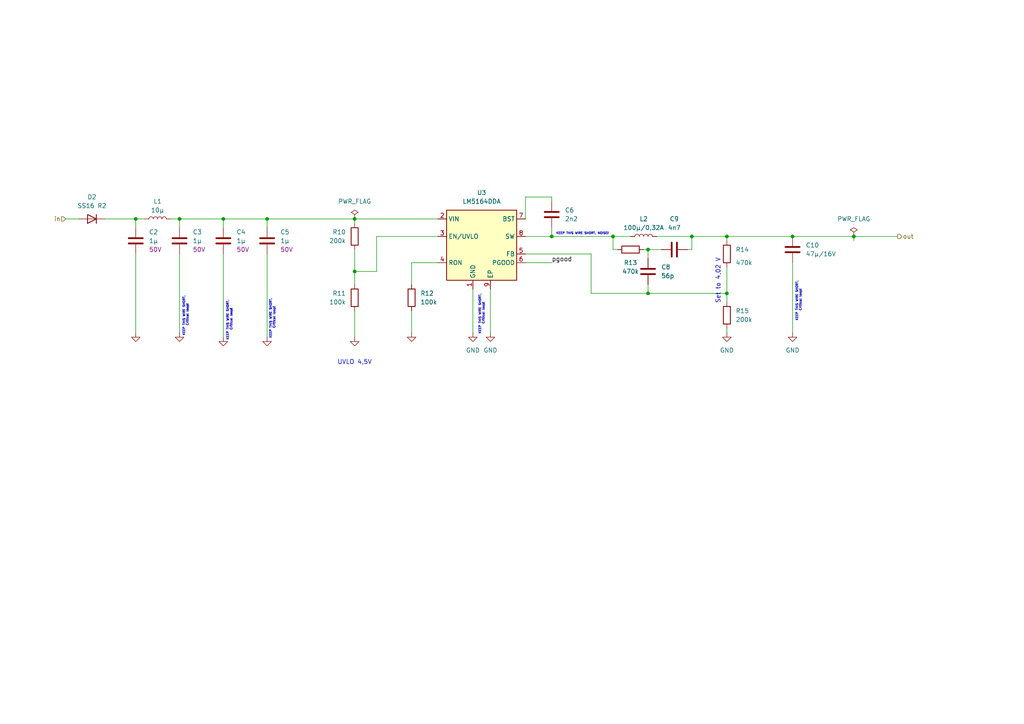
<source format=kicad_sch>
(kicad_sch
	(version 20231120)
	(generator "eeschema")
	(generator_version "8.0")
	(uuid "ab002f12-2de1-4a85-b046-68a5d118e840")
	(paper "A4")
	(lib_symbols
		(symbol "Device:C"
			(pin_numbers hide)
			(pin_names
				(offset 0.254)
			)
			(exclude_from_sim no)
			(in_bom yes)
			(on_board yes)
			(property "Reference" "C"
				(at 0.635 2.54 0)
				(effects
					(font
						(size 1.27 1.27)
					)
					(justify left)
				)
			)
			(property "Value" "C"
				(at 0.635 -2.54 0)
				(effects
					(font
						(size 1.27 1.27)
					)
					(justify left)
				)
			)
			(property "Footprint" ""
				(at 0.9652 -3.81 0)
				(effects
					(font
						(size 1.27 1.27)
					)
					(hide yes)
				)
			)
			(property "Datasheet" "~"
				(at 0 0 0)
				(effects
					(font
						(size 1.27 1.27)
					)
					(hide yes)
				)
			)
			(property "Description" "Unpolarized capacitor"
				(at 0 0 0)
				(effects
					(font
						(size 1.27 1.27)
					)
					(hide yes)
				)
			)
			(property "ki_keywords" "cap capacitor"
				(at 0 0 0)
				(effects
					(font
						(size 1.27 1.27)
					)
					(hide yes)
				)
			)
			(property "ki_fp_filters" "C_*"
				(at 0 0 0)
				(effects
					(font
						(size 1.27 1.27)
					)
					(hide yes)
				)
			)
			(symbol "C_0_1"
				(polyline
					(pts
						(xy -2.032 -0.762) (xy 2.032 -0.762)
					)
					(stroke
						(width 0.508)
						(type default)
					)
					(fill
						(type none)
					)
				)
				(polyline
					(pts
						(xy -2.032 0.762) (xy 2.032 0.762)
					)
					(stroke
						(width 0.508)
						(type default)
					)
					(fill
						(type none)
					)
				)
			)
			(symbol "C_1_1"
				(pin passive line
					(at 0 3.81 270)
					(length 2.794)
					(name "~"
						(effects
							(font
								(size 1.27 1.27)
							)
						)
					)
					(number "1"
						(effects
							(font
								(size 1.27 1.27)
							)
						)
					)
				)
				(pin passive line
					(at 0 -3.81 90)
					(length 2.794)
					(name "~"
						(effects
							(font
								(size 1.27 1.27)
							)
						)
					)
					(number "2"
						(effects
							(font
								(size 1.27 1.27)
							)
						)
					)
				)
			)
		)
		(symbol "Device:D"
			(pin_numbers hide)
			(pin_names
				(offset 1.016) hide)
			(exclude_from_sim no)
			(in_bom yes)
			(on_board yes)
			(property "Reference" "D"
				(at 0 2.54 0)
				(effects
					(font
						(size 1.27 1.27)
					)
				)
			)
			(property "Value" "D"
				(at 0 -2.54 0)
				(effects
					(font
						(size 1.27 1.27)
					)
				)
			)
			(property "Footprint" ""
				(at 0 0 0)
				(effects
					(font
						(size 1.27 1.27)
					)
					(hide yes)
				)
			)
			(property "Datasheet" "~"
				(at 0 0 0)
				(effects
					(font
						(size 1.27 1.27)
					)
					(hide yes)
				)
			)
			(property "Description" "Diode"
				(at 0 0 0)
				(effects
					(font
						(size 1.27 1.27)
					)
					(hide yes)
				)
			)
			(property "Sim.Device" "D"
				(at 0 0 0)
				(effects
					(font
						(size 1.27 1.27)
					)
					(hide yes)
				)
			)
			(property "Sim.Pins" "1=K 2=A"
				(at 0 0 0)
				(effects
					(font
						(size 1.27 1.27)
					)
					(hide yes)
				)
			)
			(property "ki_keywords" "diode"
				(at 0 0 0)
				(effects
					(font
						(size 1.27 1.27)
					)
					(hide yes)
				)
			)
			(property "ki_fp_filters" "TO-???* *_Diode_* *SingleDiode* D_*"
				(at 0 0 0)
				(effects
					(font
						(size 1.27 1.27)
					)
					(hide yes)
				)
			)
			(symbol "D_0_1"
				(polyline
					(pts
						(xy -1.27 1.27) (xy -1.27 -1.27)
					)
					(stroke
						(width 0.254)
						(type default)
					)
					(fill
						(type none)
					)
				)
				(polyline
					(pts
						(xy 1.27 0) (xy -1.27 0)
					)
					(stroke
						(width 0)
						(type default)
					)
					(fill
						(type none)
					)
				)
				(polyline
					(pts
						(xy 1.27 1.27) (xy 1.27 -1.27) (xy -1.27 0) (xy 1.27 1.27)
					)
					(stroke
						(width 0.254)
						(type default)
					)
					(fill
						(type none)
					)
				)
			)
			(symbol "D_1_1"
				(pin passive line
					(at -3.81 0 0)
					(length 2.54)
					(name "K"
						(effects
							(font
								(size 1.27 1.27)
							)
						)
					)
					(number "1"
						(effects
							(font
								(size 1.27 1.27)
							)
						)
					)
				)
				(pin passive line
					(at 3.81 0 180)
					(length 2.54)
					(name "A"
						(effects
							(font
								(size 1.27 1.27)
							)
						)
					)
					(number "2"
						(effects
							(font
								(size 1.27 1.27)
							)
						)
					)
				)
			)
		)
		(symbol "Device:L"
			(pin_numbers hide)
			(pin_names
				(offset 1.016) hide)
			(exclude_from_sim no)
			(in_bom yes)
			(on_board yes)
			(property "Reference" "L"
				(at -1.27 0 90)
				(effects
					(font
						(size 1.27 1.27)
					)
				)
			)
			(property "Value" "L"
				(at 1.905 0 90)
				(effects
					(font
						(size 1.27 1.27)
					)
				)
			)
			(property "Footprint" ""
				(at 0 0 0)
				(effects
					(font
						(size 1.27 1.27)
					)
					(hide yes)
				)
			)
			(property "Datasheet" "~"
				(at 0 0 0)
				(effects
					(font
						(size 1.27 1.27)
					)
					(hide yes)
				)
			)
			(property "Description" "Inductor"
				(at 0 0 0)
				(effects
					(font
						(size 1.27 1.27)
					)
					(hide yes)
				)
			)
			(property "ki_keywords" "inductor choke coil reactor magnetic"
				(at 0 0 0)
				(effects
					(font
						(size 1.27 1.27)
					)
					(hide yes)
				)
			)
			(property "ki_fp_filters" "Choke_* *Coil* Inductor_* L_*"
				(at 0 0 0)
				(effects
					(font
						(size 1.27 1.27)
					)
					(hide yes)
				)
			)
			(symbol "L_0_1"
				(arc
					(start 0 -2.54)
					(mid 0.6323 -1.905)
					(end 0 -1.27)
					(stroke
						(width 0)
						(type default)
					)
					(fill
						(type none)
					)
				)
				(arc
					(start 0 -1.27)
					(mid 0.6323 -0.635)
					(end 0 0)
					(stroke
						(width 0)
						(type default)
					)
					(fill
						(type none)
					)
				)
				(arc
					(start 0 0)
					(mid 0.6323 0.635)
					(end 0 1.27)
					(stroke
						(width 0)
						(type default)
					)
					(fill
						(type none)
					)
				)
				(arc
					(start 0 1.27)
					(mid 0.6323 1.905)
					(end 0 2.54)
					(stroke
						(width 0)
						(type default)
					)
					(fill
						(type none)
					)
				)
			)
			(symbol "L_1_1"
				(pin passive line
					(at 0 3.81 270)
					(length 1.27)
					(name "1"
						(effects
							(font
								(size 1.27 1.27)
							)
						)
					)
					(number "1"
						(effects
							(font
								(size 1.27 1.27)
							)
						)
					)
				)
				(pin passive line
					(at 0 -3.81 90)
					(length 1.27)
					(name "2"
						(effects
							(font
								(size 1.27 1.27)
							)
						)
					)
					(number "2"
						(effects
							(font
								(size 1.27 1.27)
							)
						)
					)
				)
			)
		)
		(symbol "Device:R"
			(pin_numbers hide)
			(pin_names
				(offset 0)
			)
			(exclude_from_sim no)
			(in_bom yes)
			(on_board yes)
			(property "Reference" "R"
				(at 2.032 0 90)
				(effects
					(font
						(size 1.27 1.27)
					)
				)
			)
			(property "Value" "R"
				(at 0 0 90)
				(effects
					(font
						(size 1.27 1.27)
					)
				)
			)
			(property "Footprint" ""
				(at -1.778 0 90)
				(effects
					(font
						(size 1.27 1.27)
					)
					(hide yes)
				)
			)
			(property "Datasheet" "~"
				(at 0 0 0)
				(effects
					(font
						(size 1.27 1.27)
					)
					(hide yes)
				)
			)
			(property "Description" "Resistor"
				(at 0 0 0)
				(effects
					(font
						(size 1.27 1.27)
					)
					(hide yes)
				)
			)
			(property "ki_keywords" "R res resistor"
				(at 0 0 0)
				(effects
					(font
						(size 1.27 1.27)
					)
					(hide yes)
				)
			)
			(property "ki_fp_filters" "R_*"
				(at 0 0 0)
				(effects
					(font
						(size 1.27 1.27)
					)
					(hide yes)
				)
			)
			(symbol "R_0_1"
				(rectangle
					(start -1.016 -2.54)
					(end 1.016 2.54)
					(stroke
						(width 0.254)
						(type default)
					)
					(fill
						(type none)
					)
				)
			)
			(symbol "R_1_1"
				(pin passive line
					(at 0 3.81 270)
					(length 1.27)
					(name "~"
						(effects
							(font
								(size 1.27 1.27)
							)
						)
					)
					(number "1"
						(effects
							(font
								(size 1.27 1.27)
							)
						)
					)
				)
				(pin passive line
					(at 0 -3.81 90)
					(length 1.27)
					(name "~"
						(effects
							(font
								(size 1.27 1.27)
							)
						)
					)
					(number "2"
						(effects
							(font
								(size 1.27 1.27)
							)
						)
					)
				)
			)
		)
		(symbol "Regulator_Switching:LM5164DDA"
			(exclude_from_sim no)
			(in_bom yes)
			(on_board yes)
			(property "Reference" "U"
				(at -8.89 11.43 0)
				(effects
					(font
						(size 1.27 1.27)
					)
				)
			)
			(property "Value" "LM5164DDA"
				(at 5.08 11.43 0)
				(effects
					(font
						(size 1.27 1.27)
					)
				)
			)
			(property "Footprint" "Package_SO:HSOP-8-1EP_3.9x4.9mm_P1.27mm_EP2.41x3.1mm_ThermalVias"
				(at 1.27 -11.43 0)
				(effects
					(font
						(size 1.27 1.27)
					)
					(hide yes)
				)
			)
			(property "Datasheet" "https://www.ti.com/lit/ds/symlink/lm5164.pdf?ts=1598311864250&ref_url=https%253A%252F%252Fwww.ti.com%252Fproduct%252FLM5164%253FHQS%253DTI-null-null-octopart-df-pf-null-wwe"
				(at -7.62 8.89 0)
				(effects
					(font
						(size 1.27 1.27)
					)
					(hide yes)
				)
			)
			(property "Description" "1A synchronous buck converter with ultra-low IQ, 6V - 100V input, adjustable output voltage, HSOP-8"
				(at 0 0 0)
				(effects
					(font
						(size 1.27 1.27)
					)
					(hide yes)
				)
			)
			(property "ki_keywords" "step-down dc-dc buck regulator adjustable"
				(at 0 0 0)
				(effects
					(font
						(size 1.27 1.27)
					)
					(hide yes)
				)
			)
			(property "ki_fp_filters" "HSOP*1EP*3.9x4.9*P1.27mm*"
				(at 0 0 0)
				(effects
					(font
						(size 1.27 1.27)
					)
					(hide yes)
				)
			)
			(symbol "LM5164DDA_1_1"
				(rectangle
					(start -10.16 10.16)
					(end 10.16 -10.16)
					(stroke
						(width 0.254)
						(type default)
					)
					(fill
						(type background)
					)
				)
				(pin power_in line
					(at -2.54 -12.7 90)
					(length 2.54)
					(name "GND"
						(effects
							(font
								(size 1.27 1.27)
							)
						)
					)
					(number "1"
						(effects
							(font
								(size 1.27 1.27)
							)
						)
					)
				)
				(pin power_in line
					(at -12.7 7.62 0)
					(length 2.54)
					(name "VIN"
						(effects
							(font
								(size 1.27 1.27)
							)
						)
					)
					(number "2"
						(effects
							(font
								(size 1.27 1.27)
							)
						)
					)
				)
				(pin input line
					(at -12.7 2.54 0)
					(length 2.54)
					(name "EN/UVLO"
						(effects
							(font
								(size 1.27 1.27)
							)
						)
					)
					(number "3"
						(effects
							(font
								(size 1.27 1.27)
							)
						)
					)
				)
				(pin passive line
					(at -12.7 -5.08 0)
					(length 2.54)
					(name "RON"
						(effects
							(font
								(size 1.27 1.27)
							)
						)
					)
					(number "4"
						(effects
							(font
								(size 1.27 1.27)
							)
						)
					)
				)
				(pin input line
					(at 12.7 -2.54 180)
					(length 2.54)
					(name "FB"
						(effects
							(font
								(size 1.27 1.27)
							)
						)
					)
					(number "5"
						(effects
							(font
								(size 1.27 1.27)
							)
						)
					)
				)
				(pin open_collector line
					(at 12.7 -5.08 180)
					(length 2.54)
					(name "PGOOD"
						(effects
							(font
								(size 1.27 1.27)
							)
						)
					)
					(number "6"
						(effects
							(font
								(size 1.27 1.27)
							)
						)
					)
				)
				(pin passive line
					(at 12.7 7.62 180)
					(length 2.54)
					(name "BST"
						(effects
							(font
								(size 1.27 1.27)
							)
						)
					)
					(number "7"
						(effects
							(font
								(size 1.27 1.27)
							)
						)
					)
				)
				(pin power_out line
					(at 12.7 2.54 180)
					(length 2.54)
					(name "SW"
						(effects
							(font
								(size 1.27 1.27)
							)
						)
					)
					(number "8"
						(effects
							(font
								(size 1.27 1.27)
							)
						)
					)
				)
				(pin passive line
					(at 2.54 -12.7 90)
					(length 2.54)
					(name "EP"
						(effects
							(font
								(size 1.27 1.27)
							)
						)
					)
					(number "9"
						(effects
							(font
								(size 1.27 1.27)
							)
						)
					)
				)
			)
		)
		(symbol "power:GND"
			(power)
			(pin_numbers hide)
			(pin_names
				(offset 0) hide)
			(exclude_from_sim no)
			(in_bom yes)
			(on_board yes)
			(property "Reference" "#PWR"
				(at 0 -6.35 0)
				(effects
					(font
						(size 1.27 1.27)
					)
					(hide yes)
				)
			)
			(property "Value" "GND"
				(at 0 -3.81 0)
				(effects
					(font
						(size 1.27 1.27)
					)
				)
			)
			(property "Footprint" ""
				(at 0 0 0)
				(effects
					(font
						(size 1.27 1.27)
					)
					(hide yes)
				)
			)
			(property "Datasheet" ""
				(at 0 0 0)
				(effects
					(font
						(size 1.27 1.27)
					)
					(hide yes)
				)
			)
			(property "Description" "Power symbol creates a global label with name \"GND\" , ground"
				(at 0 0 0)
				(effects
					(font
						(size 1.27 1.27)
					)
					(hide yes)
				)
			)
			(property "ki_keywords" "global power"
				(at 0 0 0)
				(effects
					(font
						(size 1.27 1.27)
					)
					(hide yes)
				)
			)
			(symbol "GND_0_1"
				(polyline
					(pts
						(xy 0 0) (xy 0 -1.27) (xy 1.27 -1.27) (xy 0 -2.54) (xy -1.27 -1.27) (xy 0 -1.27)
					)
					(stroke
						(width 0)
						(type default)
					)
					(fill
						(type none)
					)
				)
			)
			(symbol "GND_1_1"
				(pin power_in line
					(at 0 0 270)
					(length 0)
					(name "~"
						(effects
							(font
								(size 1.27 1.27)
							)
						)
					)
					(number "1"
						(effects
							(font
								(size 1.27 1.27)
							)
						)
					)
				)
			)
		)
		(symbol "power:PWR_FLAG"
			(power)
			(pin_numbers hide)
			(pin_names
				(offset 0) hide)
			(exclude_from_sim no)
			(in_bom yes)
			(on_board yes)
			(property "Reference" "#FLG"
				(at 0 1.905 0)
				(effects
					(font
						(size 1.27 1.27)
					)
					(hide yes)
				)
			)
			(property "Value" "PWR_FLAG"
				(at 0 3.81 0)
				(effects
					(font
						(size 1.27 1.27)
					)
				)
			)
			(property "Footprint" ""
				(at 0 0 0)
				(effects
					(font
						(size 1.27 1.27)
					)
					(hide yes)
				)
			)
			(property "Datasheet" "~"
				(at 0 0 0)
				(effects
					(font
						(size 1.27 1.27)
					)
					(hide yes)
				)
			)
			(property "Description" "Special symbol for telling ERC where power comes from"
				(at 0 0 0)
				(effects
					(font
						(size 1.27 1.27)
					)
					(hide yes)
				)
			)
			(property "ki_keywords" "flag power"
				(at 0 0 0)
				(effects
					(font
						(size 1.27 1.27)
					)
					(hide yes)
				)
			)
			(symbol "PWR_FLAG_0_0"
				(pin power_out line
					(at 0 0 90)
					(length 0)
					(name "~"
						(effects
							(font
								(size 1.27 1.27)
							)
						)
					)
					(number "1"
						(effects
							(font
								(size 1.27 1.27)
							)
						)
					)
				)
			)
			(symbol "PWR_FLAG_0_1"
				(polyline
					(pts
						(xy 0 0) (xy 0 1.27) (xy -1.016 1.905) (xy 0 2.54) (xy 1.016 1.905) (xy 0 1.27)
					)
					(stroke
						(width 0)
						(type default)
					)
					(fill
						(type none)
					)
				)
			)
		)
	)
	(junction
		(at 247.65 68.58)
		(diameter 0)
		(color 0 0 0 0)
		(uuid "017310b7-a31c-4894-8ef6-546f6b96f711")
	)
	(junction
		(at 64.77 63.5)
		(diameter 0)
		(color 0 0 0 0)
		(uuid "13436fe3-550b-49a4-8108-cc5173267ae0")
	)
	(junction
		(at 102.87 63.5)
		(diameter 0)
		(color 0 0 0 0)
		(uuid "1a75a511-0a62-4e55-a243-4397e35507a8")
	)
	(junction
		(at 39.37 63.5)
		(diameter 0)
		(color 0 0 0 0)
		(uuid "2e9b781b-5741-4632-b2c9-3d67e10261e2")
	)
	(junction
		(at 210.82 85.09)
		(diameter 0)
		(color 0 0 0 0)
		(uuid "40f65a3e-f21d-49c4-b17e-266f7aab54ec")
	)
	(junction
		(at 177.8 68.58)
		(diameter 0)
		(color 0 0 0 0)
		(uuid "4476a6cc-36d1-4d9f-9172-1cf9a0b4eaf1")
	)
	(junction
		(at 160.02 68.58)
		(diameter 0)
		(color 0 0 0 0)
		(uuid "62d560d2-1370-4c39-8ee7-82a33bc59572")
	)
	(junction
		(at 187.96 85.09)
		(diameter 0)
		(color 0 0 0 0)
		(uuid "6ec7647c-27e4-4345-9829-d39ccfc10967")
	)
	(junction
		(at 187.96 72.39)
		(diameter 0)
		(color 0 0 0 0)
		(uuid "7852bf91-e3ba-40ee-ab94-9ea1dbfc1f49")
	)
	(junction
		(at 229.87 68.58)
		(diameter 0)
		(color 0 0 0 0)
		(uuid "867bebcc-6181-4c1f-8f2d-bfe76ff0971e")
	)
	(junction
		(at 210.82 68.58)
		(diameter 0)
		(color 0 0 0 0)
		(uuid "8b65674b-534c-4790-bd65-3b6eb8b2d3f2")
	)
	(junction
		(at 200.66 68.58)
		(diameter 0)
		(color 0 0 0 0)
		(uuid "c4eb1559-0185-44ee-b1e5-e862a74dfc30")
	)
	(junction
		(at 102.87 78.74)
		(diameter 0)
		(color 0 0 0 0)
		(uuid "c5e39b3d-7318-4ad3-8d41-6be422012d87")
	)
	(junction
		(at 52.07 63.5)
		(diameter 0)
		(color 0 0 0 0)
		(uuid "f070e1c2-29da-4a22-8e06-2e563d41fc0f")
	)
	(junction
		(at 77.47 63.5)
		(diameter 0)
		(color 0 0 0 0)
		(uuid "fa8098ca-e1dd-4648-b572-42b83004226a")
	)
	(wire
		(pts
			(xy 64.77 73.66) (xy 64.77 97.79)
		)
		(stroke
			(width 0)
			(type default)
		)
		(uuid "0013036f-53ae-4a93-a82d-2ba9ce9bb8b4")
	)
	(wire
		(pts
			(xy 102.87 78.74) (xy 109.22 78.74)
		)
		(stroke
			(width 0)
			(type default)
		)
		(uuid "0157fa22-29dd-416c-872f-89b60b7000ef")
	)
	(wire
		(pts
			(xy 229.87 76.2) (xy 229.87 96.52)
		)
		(stroke
			(width 0)
			(type default)
		)
		(uuid "10885635-e653-4692-b98a-ca5dd4e6d9b5")
	)
	(wire
		(pts
			(xy 19.05 63.5) (xy 22.86 63.5)
		)
		(stroke
			(width 0)
			(type default)
		)
		(uuid "115e23db-fb79-49c6-aafe-fb0a10f3d891")
	)
	(wire
		(pts
			(xy 152.4 68.58) (xy 160.02 68.58)
		)
		(stroke
			(width 0)
			(type default)
		)
		(uuid "215d5143-5d7a-45d9-8705-1c5f806bf29d")
	)
	(wire
		(pts
			(xy 39.37 73.66) (xy 39.37 96.52)
		)
		(stroke
			(width 0)
			(type default)
		)
		(uuid "26cfabe4-01ef-4f44-b358-2b30a29f9327")
	)
	(wire
		(pts
			(xy 210.82 77.47) (xy 210.82 85.09)
		)
		(stroke
			(width 0)
			(type default)
		)
		(uuid "2b687f15-429d-4c85-8ca3-38276c0acfa0")
	)
	(wire
		(pts
			(xy 77.47 63.5) (xy 77.47 66.04)
		)
		(stroke
			(width 0)
			(type default)
		)
		(uuid "2c5dbf87-fd7f-4920-8b46-0d14d219e8b3")
	)
	(wire
		(pts
			(xy 210.82 69.85) (xy 210.82 68.58)
		)
		(stroke
			(width 0)
			(type default)
		)
		(uuid "34712ed2-1b02-4c1e-ab23-ef78b0b80721")
	)
	(wire
		(pts
			(xy 200.66 68.58) (xy 190.5 68.58)
		)
		(stroke
			(width 0)
			(type default)
		)
		(uuid "368a36c6-d685-42c3-bd41-4d07d9b5e3da")
	)
	(wire
		(pts
			(xy 210.82 85.09) (xy 210.82 87.63)
		)
		(stroke
			(width 0)
			(type default)
		)
		(uuid "3b780d5f-5bb3-43ea-92e4-84cc2e4a9020")
	)
	(wire
		(pts
			(xy 152.4 57.15) (xy 152.4 63.5)
		)
		(stroke
			(width 0)
			(type default)
		)
		(uuid "3bf18eec-ff5a-498e-b7b4-8e824e4cd7a8")
	)
	(wire
		(pts
			(xy 187.96 72.39) (xy 191.77 72.39)
		)
		(stroke
			(width 0)
			(type default)
		)
		(uuid "41406e39-0837-4ca9-a2d6-c15340dc42da")
	)
	(wire
		(pts
			(xy 200.66 68.58) (xy 210.82 68.58)
		)
		(stroke
			(width 0)
			(type default)
		)
		(uuid "5a3d4049-104b-4254-a6ad-5979a3ddc52d")
	)
	(wire
		(pts
			(xy 177.8 68.58) (xy 182.88 68.58)
		)
		(stroke
			(width 0)
			(type default)
		)
		(uuid "5a9c1502-c39a-4bec-9222-dbabff71b461")
	)
	(wire
		(pts
			(xy 39.37 63.5) (xy 39.37 66.04)
		)
		(stroke
			(width 0)
			(type default)
		)
		(uuid "617c1e45-5400-4daa-b880-05b442314318")
	)
	(wire
		(pts
			(xy 102.87 63.5) (xy 127 63.5)
		)
		(stroke
			(width 0)
			(type default)
		)
		(uuid "6b909a07-d3be-4bad-8867-e17f15f2e1ea")
	)
	(wire
		(pts
			(xy 52.07 63.5) (xy 52.07 66.04)
		)
		(stroke
			(width 0)
			(type default)
		)
		(uuid "74544583-f888-4137-b1eb-02bc71c3a71b")
	)
	(wire
		(pts
			(xy 102.87 90.17) (xy 102.87 97.79)
		)
		(stroke
			(width 0)
			(type default)
		)
		(uuid "74b54549-d97c-47be-a526-227670bb7799")
	)
	(wire
		(pts
			(xy 119.38 82.55) (xy 119.38 76.2)
		)
		(stroke
			(width 0)
			(type default)
		)
		(uuid "7880a945-108e-4ca3-abb1-e0ce1789b810")
	)
	(wire
		(pts
			(xy 102.87 72.39) (xy 102.87 78.74)
		)
		(stroke
			(width 0)
			(type default)
		)
		(uuid "79f7a482-7033-48fc-9e52-b0d13bd76292")
	)
	(wire
		(pts
			(xy 109.22 68.58) (xy 127 68.58)
		)
		(stroke
			(width 0)
			(type default)
		)
		(uuid "801add18-a6a8-4c4b-8717-1989374493ed")
	)
	(wire
		(pts
			(xy 109.22 68.58) (xy 109.22 78.74)
		)
		(stroke
			(width 0)
			(type default)
		)
		(uuid "82ba527d-9383-489d-b71c-8ad0f82684e6")
	)
	(wire
		(pts
			(xy 210.82 68.58) (xy 229.87 68.58)
		)
		(stroke
			(width 0)
			(type default)
		)
		(uuid "854e9713-b775-45a3-b37f-6e0c74de9911")
	)
	(wire
		(pts
			(xy 30.48 63.5) (xy 39.37 63.5)
		)
		(stroke
			(width 0)
			(type default)
		)
		(uuid "8625981e-0100-49f1-bb60-2fe5583da9d1")
	)
	(wire
		(pts
			(xy 64.77 63.5) (xy 64.77 66.04)
		)
		(stroke
			(width 0)
			(type default)
		)
		(uuid "87269780-cbdd-40d9-9543-197958aa80b8")
	)
	(wire
		(pts
			(xy 177.8 68.58) (xy 177.8 72.39)
		)
		(stroke
			(width 0)
			(type default)
		)
		(uuid "876cea29-423c-41be-b750-5414785d8792")
	)
	(wire
		(pts
			(xy 171.45 85.09) (xy 171.45 73.66)
		)
		(stroke
			(width 0)
			(type default)
		)
		(uuid "89acf664-6a4e-42f6-84ce-c4ed0f8c7798")
	)
	(wire
		(pts
			(xy 179.07 72.39) (xy 177.8 72.39)
		)
		(stroke
			(width 0)
			(type default)
		)
		(uuid "8a5aa5c5-fd2d-487a-9f66-6962ae36cbec")
	)
	(wire
		(pts
			(xy 171.45 73.66) (xy 152.4 73.66)
		)
		(stroke
			(width 0)
			(type default)
		)
		(uuid "8ac9f4d0-38ce-43d4-936c-814dd58bf1ce")
	)
	(wire
		(pts
			(xy 52.07 63.5) (xy 64.77 63.5)
		)
		(stroke
			(width 0)
			(type default)
		)
		(uuid "8e37f6e3-e753-4a47-80cd-c4ff718d3387")
	)
	(wire
		(pts
			(xy 210.82 95.25) (xy 210.82 96.52)
		)
		(stroke
			(width 0)
			(type default)
		)
		(uuid "96cbb043-9c7a-460e-bac8-17a54edfb5ed")
	)
	(wire
		(pts
			(xy 142.24 83.82) (xy 142.24 96.52)
		)
		(stroke
			(width 0)
			(type default)
		)
		(uuid "9726c3b6-9805-4976-bd21-26f42e584c66")
	)
	(wire
		(pts
			(xy 52.07 73.66) (xy 52.07 96.52)
		)
		(stroke
			(width 0)
			(type default)
		)
		(uuid "994b7fc8-da37-43fc-9aad-69525c1c8000")
	)
	(wire
		(pts
			(xy 160.02 68.58) (xy 177.8 68.58)
		)
		(stroke
			(width 0)
			(type default)
		)
		(uuid "9ca764eb-ef74-4dee-a3a3-b8f80d020a02")
	)
	(wire
		(pts
			(xy 119.38 76.2) (xy 127 76.2)
		)
		(stroke
			(width 0)
			(type default)
		)
		(uuid "9fd417de-7f4a-42b4-9d47-65ef7b1e9a0e")
	)
	(wire
		(pts
			(xy 186.69 72.39) (xy 187.96 72.39)
		)
		(stroke
			(width 0)
			(type default)
		)
		(uuid "a069b332-c1b4-4ae4-97fd-3ec9327a2c94")
	)
	(wire
		(pts
			(xy 39.37 63.5) (xy 41.91 63.5)
		)
		(stroke
			(width 0)
			(type default)
		)
		(uuid "a1bef32b-4879-4be7-8194-01159041ba4c")
	)
	(wire
		(pts
			(xy 160.02 57.15) (xy 152.4 57.15)
		)
		(stroke
			(width 0)
			(type default)
		)
		(uuid "a8aaca56-f8a5-4d2a-a3af-6c80f12b31d7")
	)
	(wire
		(pts
			(xy 199.39 72.39) (xy 200.66 72.39)
		)
		(stroke
			(width 0)
			(type default)
		)
		(uuid "aa6322eb-7577-414b-ab25-981d181edb7e")
	)
	(wire
		(pts
			(xy 187.96 85.09) (xy 210.82 85.09)
		)
		(stroke
			(width 0)
			(type default)
		)
		(uuid "b8cd2ffd-aff4-4e69-8f04-314473c771a7")
	)
	(wire
		(pts
			(xy 64.77 63.5) (xy 77.47 63.5)
		)
		(stroke
			(width 0)
			(type default)
		)
		(uuid "bbe507a6-6b8b-442e-a543-bc408abc18e1")
	)
	(wire
		(pts
			(xy 77.47 63.5) (xy 102.87 63.5)
		)
		(stroke
			(width 0)
			(type default)
		)
		(uuid "c6c9b1b8-bb38-4355-ac75-d8042cf66d6b")
	)
	(wire
		(pts
			(xy 49.53 63.5) (xy 52.07 63.5)
		)
		(stroke
			(width 0)
			(type default)
		)
		(uuid "c8e5313b-4363-42ee-b1ef-231d5a11d46c")
	)
	(wire
		(pts
			(xy 200.66 68.58) (xy 200.66 72.39)
		)
		(stroke
			(width 0)
			(type default)
		)
		(uuid "cb3e0d55-0837-4680-8f03-e580cbc2c6f6")
	)
	(wire
		(pts
			(xy 102.87 78.74) (xy 102.87 82.55)
		)
		(stroke
			(width 0)
			(type default)
		)
		(uuid "ce210171-b75f-460c-8ac2-18f4ea36c738")
	)
	(wire
		(pts
			(xy 152.4 76.2) (xy 160.02 76.2)
		)
		(stroke
			(width 0)
			(type default)
		)
		(uuid "d04a6f54-7cc8-4222-bf48-a7ff3b0fcdf7")
	)
	(wire
		(pts
			(xy 247.65 68.58) (xy 260.35 68.58)
		)
		(stroke
			(width 0)
			(type default)
		)
		(uuid "d4d0f7ab-6d2c-4027-84dc-336fbb14d583")
	)
	(wire
		(pts
			(xy 102.87 63.5) (xy 102.87 64.77)
		)
		(stroke
			(width 0)
			(type default)
		)
		(uuid "d6ca2e48-0587-4468-81b8-68870161a32b")
	)
	(wire
		(pts
			(xy 160.02 66.04) (xy 160.02 68.58)
		)
		(stroke
			(width 0)
			(type default)
		)
		(uuid "d802bbd7-d232-4708-bd2d-fe9ec1db78ca")
	)
	(wire
		(pts
			(xy 160.02 57.15) (xy 160.02 58.42)
		)
		(stroke
			(width 0)
			(type default)
		)
		(uuid "df254698-d8b1-4eae-9eb9-06122671a9df")
	)
	(wire
		(pts
			(xy 187.96 82.55) (xy 187.96 85.09)
		)
		(stroke
			(width 0)
			(type default)
		)
		(uuid "e62c42d3-aea3-42d2-a070-6380aeabed8c")
	)
	(wire
		(pts
			(xy 229.87 68.58) (xy 247.65 68.58)
		)
		(stroke
			(width 0)
			(type default)
		)
		(uuid "eab90a2c-bedb-4237-bc89-f762a4927afc")
	)
	(wire
		(pts
			(xy 187.96 72.39) (xy 187.96 74.93)
		)
		(stroke
			(width 0)
			(type default)
		)
		(uuid "ee8da583-f3b7-4214-8cfb-ea3e9f3c3c32")
	)
	(wire
		(pts
			(xy 119.38 90.17) (xy 119.38 96.52)
		)
		(stroke
			(width 0)
			(type default)
		)
		(uuid "f3660fe6-c98f-4422-b7ca-9a81e0819982")
	)
	(wire
		(pts
			(xy 137.16 83.82) (xy 137.16 96.52)
		)
		(stroke
			(width 0)
			(type default)
		)
		(uuid "f5bada8d-22e8-42de-acab-f8506e883169")
	)
	(wire
		(pts
			(xy 77.47 73.66) (xy 77.47 97.79)
		)
		(stroke
			(width 0)
			(type default)
		)
		(uuid "f7829b46-1395-4140-a483-a446a0eaeb60")
	)
	(wire
		(pts
			(xy 247.65 69.85) (xy 247.65 68.58)
		)
		(stroke
			(width 0)
			(type default)
		)
		(uuid "f82b4bbf-8c4d-469b-b5c4-6b6f99e80897")
	)
	(wire
		(pts
			(xy 187.96 85.09) (xy 171.45 85.09)
		)
		(stroke
			(width 0)
			(type default)
		)
		(uuid "fa7dcdd6-8a19-4133-8a60-726fbc58ae75")
	)
	(text "KEEP THIS WIRE SHORT, \nCritical loop!"
		(exclude_from_sim no)
		(at 231.648 87.122 90)
		(effects
			(font
				(size 0.635 0.635)
			)
		)
		(uuid "32e3f2b0-d623-4520-8e32-98626fa14a62")
	)
	(text "UVLO 4,5V\n"
		(exclude_from_sim no)
		(at 102.87 105.156 0)
		(effects
			(font
				(size 1.27 1.27)
			)
		)
		(uuid "6f144863-5478-46df-9f69-3722819095f0")
	)
	(text "Set to 4,02 V\n"
		(exclude_from_sim no)
		(at 209.042 88.138 90)
		(effects
			(font
				(size 1.27 1.27)
			)
			(justify left bottom)
		)
		(uuid "7590cfd5-fa8b-437e-8b55-21ac74a4dccf")
	)
	(text "KEEP THIS WIRE SHORT, NOISE!"
		(exclude_from_sim no)
		(at 168.91 67.818 0)
		(effects
			(font
				(size 0.635 0.635)
			)
		)
		(uuid "93239db0-3a95-4c82-894f-9817caab4582")
	)
	(text "KEEP THIS WIRE SHORT, \nCritical loop!"
		(exclude_from_sim no)
		(at 66.548 92.71 90)
		(effects
			(font
				(size 0.635 0.635)
			)
		)
		(uuid "d4e42818-60af-49e3-8a9c-d938eac00a01")
	)
	(text "KEEP THIS WIRE SHORT, \nCritical loop!"
		(exclude_from_sim no)
		(at 78.994 92.202 90)
		(effects
			(font
				(size 0.635 0.635)
			)
		)
		(uuid "de9b3a84-0c56-4d76-b463-54ef735824b7")
	)
	(text "KEEP THIS WIRE SHORT, \nCritical loop!"
		(exclude_from_sim no)
		(at 139.7 90.932 90)
		(effects
			(font
				(size 0.635 0.635)
			)
		)
		(uuid "e0c61d15-f500-48b1-a324-6cd7109c67af")
	)
	(text "KEEP THIS WIRE SHORT, \nCritical loop!"
		(exclude_from_sim no)
		(at 53.848 91.44 90)
		(effects
			(font
				(size 0.635 0.635)
			)
		)
		(uuid "e94f7508-4827-4d59-9895-5bcf068b9e63")
	)
	(label "pgood"
		(at 160.02 76.2 0)
		(fields_autoplaced yes)
		(effects
			(font
				(size 1.27 1.27)
			)
			(justify left bottom)
		)
		(uuid "269329bf-1228-4cd5-bcbb-50784345e6dc")
	)
	(hierarchical_label "out"
		(shape output)
		(at 260.35 68.58 0)
		(fields_autoplaced yes)
		(effects
			(font
				(size 1.27 1.27)
			)
			(justify left)
		)
		(uuid "69c8a8d2-25d0-4556-8bac-cc19b0588afa")
	)
	(hierarchical_label "in"
		(shape input)
		(at 19.05 63.5 180)
		(fields_autoplaced yes)
		(effects
			(font
				(size 1.27 1.27)
			)
			(justify right)
		)
		(uuid "b36d1a76-dd48-4ae0-852b-9d1932dff371")
	)
	(symbol
		(lib_id "power:GND")
		(at 229.87 96.52 0)
		(unit 1)
		(exclude_from_sim no)
		(in_bom yes)
		(on_board yes)
		(dnp no)
		(fields_autoplaced yes)
		(uuid "02ec5199-238f-47bf-b4e9-2e69d7eae25c")
		(property "Reference" "#PWR013"
			(at 229.87 102.87 0)
			(effects
				(font
					(size 1.27 1.27)
				)
				(hide yes)
			)
		)
		(property "Value" "GND"
			(at 229.87 101.6 0)
			(effects
				(font
					(size 1.27 1.27)
				)
			)
		)
		(property "Footprint" ""
			(at 229.87 96.52 0)
			(effects
				(font
					(size 1.27 1.27)
				)
				(hide yes)
			)
		)
		(property "Datasheet" ""
			(at 229.87 96.52 0)
			(effects
				(font
					(size 1.27 1.27)
				)
				(hide yes)
			)
		)
		(property "Description" "Power symbol creates a global label with name \"GND\" , ground"
			(at 229.87 96.52 0)
			(effects
				(font
					(size 1.27 1.27)
				)
				(hide yes)
			)
		)
		(pin "1"
			(uuid "8b8b5ecb-91ac-4bfe-9204-1a5d38a6bbe6")
		)
		(instances
			(project "greenSmartSwitch"
				(path "/bf1f8167-8e29-49cc-a467-dd9cc2c77246/495a9cc7-0a8f-4e5c-b2f2-b552a73e5326"
					(reference "#PWR013")
					(unit 1)
				)
			)
		)
	)
	(symbol
		(lib_id "power:PWR_FLAG")
		(at 102.87 63.5 0)
		(unit 1)
		(exclude_from_sim no)
		(in_bom yes)
		(on_board yes)
		(dnp no)
		(fields_autoplaced yes)
		(uuid "040350e9-1a77-40b3-8bb1-84c25fbf93b5")
		(property "Reference" "#FLG02"
			(at 102.87 61.595 0)
			(effects
				(font
					(size 1.27 1.27)
				)
				(hide yes)
			)
		)
		(property "Value" "PWR_FLAG"
			(at 102.87 58.42 0)
			(effects
				(font
					(size 1.27 1.27)
				)
			)
		)
		(property "Footprint" ""
			(at 102.87 63.5 0)
			(effects
				(font
					(size 1.27 1.27)
				)
				(hide yes)
			)
		)
		(property "Datasheet" "~"
			(at 102.87 63.5 0)
			(effects
				(font
					(size 1.27 1.27)
				)
				(hide yes)
			)
		)
		(property "Description" "Special symbol for telling ERC where power comes from"
			(at 102.87 63.5 0)
			(effects
				(font
					(size 1.27 1.27)
				)
				(hide yes)
			)
		)
		(pin "1"
			(uuid "7ed799b9-b46f-47ad-9a15-3dc6dc16c444")
		)
		(instances
			(project "greenSmartSwitch"
				(path "/bf1f8167-8e29-49cc-a467-dd9cc2c77246/495a9cc7-0a8f-4e5c-b2f2-b552a73e5326"
					(reference "#FLG02")
					(unit 1)
				)
			)
		)
	)
	(symbol
		(lib_id "Device:R")
		(at 102.87 86.36 0)
		(unit 1)
		(exclude_from_sim no)
		(in_bom yes)
		(on_board yes)
		(dnp no)
		(uuid "0f572086-c3bd-440c-a9d8-3a13f3ceadec")
		(property "Reference" "R11"
			(at 100.33 85.0899 0)
			(effects
				(font
					(size 1.27 1.27)
				)
				(justify right)
			)
		)
		(property "Value" "100k"
			(at 100.33 87.6299 0)
			(effects
				(font
					(size 1.27 1.27)
				)
				(justify right)
			)
		)
		(property "Footprint" "Resistor_SMD:R_0603_1608Metric"
			(at 101.092 86.36 90)
			(effects
				(font
					(size 1.27 1.27)
				)
				(hide yes)
			)
		)
		(property "Datasheet" "~"
			(at 102.87 86.36 0)
			(effects
				(font
					(size 1.27 1.27)
				)
				(hide yes)
			)
		)
		(property "Description" "100k0 0,1W 1% 0603 SMD"
			(at 102.87 86.36 0)
			(effects
				(font
					(size 1.27 1.27)
				)
				(hide yes)
			)
		)
		(property "ECS Art#" "R245"
			(at 102.87 86.36 0)
			(effects
				(font
					(size 1.27 1.27)
				)
				(hide yes)
			)
		)
		(property "HAN" "RC0603FR-07100KL"
			(at 102.87 86.36 0)
			(effects
				(font
					(size 1.27 1.27)
				)
				(hide yes)
			)
		)
		(property "Hersteller" "YAGEO"
			(at 102.87 86.36 0)
			(effects
				(font
					(size 1.27 1.27)
				)
				(hide yes)
			)
		)
		(pin "1"
			(uuid "28944564-db6e-4804-88bd-a7394ff1a54d")
		)
		(pin "2"
			(uuid "c6330c52-3295-4d7f-bf11-713a052be607")
		)
		(instances
			(project "greenSmartSwitch"
				(path "/bf1f8167-8e29-49cc-a467-dd9cc2c77246/495a9cc7-0a8f-4e5c-b2f2-b552a73e5326"
					(reference "R11")
					(unit 1)
				)
			)
		)
	)
	(symbol
		(lib_id "Device:C")
		(at 64.77 69.85 0)
		(unit 1)
		(exclude_from_sim no)
		(in_bom yes)
		(on_board yes)
		(dnp no)
		(fields_autoplaced yes)
		(uuid "0f681589-1470-422f-aa3d-e98f44f2b726")
		(property "Reference" "C4"
			(at 68.58 67.31 0)
			(effects
				(font
					(size 1.27 1.27)
				)
				(justify left)
			)
		)
		(property "Value" "1µ"
			(at 68.58 69.85 0)
			(effects
				(font
					(size 1.27 1.27)
				)
				(justify left)
			)
		)
		(property "Footprint" "Capacitor_SMD:C_0805_2012Metric"
			(at 65.7352 73.66 0)
			(effects
				(font
					(size 1.27 1.27)
				)
				(hide yes)
			)
		)
		(property "Datasheet" "~"
			(at 64.77 69.85 0)
			(effects
				(font
					(size 1.27 1.27)
				)
				(hide yes)
			)
		)
		(property "Description" "1µ00 10% 50V X7R 0805 SMD"
			(at 64.77 69.85 0)
			(effects
				(font
					(size 1.27 1.27)
				)
				(hide yes)
			)
		)
		(property "Voltage" "50V"
			(at 68.58 72.39 0)
			(effects
				(font
					(size 1.27 1.27)
				)
				(justify left)
			)
		)
		(property "ECS Art#" "C243"
			(at 64.77 69.85 0)
			(effects
				(font
					(size 1.27 1.27)
				)
				(hide yes)
			)
		)
		(property "HAN" "CL21B105KBFNNNG"
			(at 64.77 69.85 0)
			(effects
				(font
					(size 1.27 1.27)
				)
				(hide yes)
			)
		)
		(property "Toleranz" ""
			(at 64.77 69.85 0)
			(effects
				(font
					(size 1.27 1.27)
				)
			)
		)
		(property "Hersteller" "SAMSUNG"
			(at 64.77 69.85 0)
			(effects
				(font
					(size 1.27 1.27)
				)
				(hide yes)
			)
		)
		(pin "1"
			(uuid "f0b12399-7102-46dc-b0d6-c632132bb7f9")
		)
		(pin "2"
			(uuid "b274a93a-9ebb-4d27-8f9a-a35363d6c4e5")
		)
		(instances
			(project "greenSmartSwitch"
				(path "/bf1f8167-8e29-49cc-a467-dd9cc2c77246/495a9cc7-0a8f-4e5c-b2f2-b552a73e5326"
					(reference "C4")
					(unit 1)
				)
			)
		)
	)
	(symbol
		(lib_id "power:GND")
		(at 210.82 96.52 0)
		(unit 1)
		(exclude_from_sim no)
		(in_bom yes)
		(on_board yes)
		(dnp no)
		(fields_autoplaced yes)
		(uuid "169a9f7e-8bdc-4818-b454-e336f8005245")
		(property "Reference" "#PWR012"
			(at 210.82 102.87 0)
			(effects
				(font
					(size 1.27 1.27)
				)
				(hide yes)
			)
		)
		(property "Value" "GND"
			(at 210.82 101.6 0)
			(effects
				(font
					(size 1.27 1.27)
				)
			)
		)
		(property "Footprint" ""
			(at 210.82 96.52 0)
			(effects
				(font
					(size 1.27 1.27)
				)
				(hide yes)
			)
		)
		(property "Datasheet" ""
			(at 210.82 96.52 0)
			(effects
				(font
					(size 1.27 1.27)
				)
				(hide yes)
			)
		)
		(property "Description" "Power symbol creates a global label with name \"GND\" , ground"
			(at 210.82 96.52 0)
			(effects
				(font
					(size 1.27 1.27)
				)
				(hide yes)
			)
		)
		(pin "1"
			(uuid "7e8a8512-6317-4e12-be1e-fa6cfa4ca6bd")
		)
		(instances
			(project "greenSmartSwitch"
				(path "/bf1f8167-8e29-49cc-a467-dd9cc2c77246/495a9cc7-0a8f-4e5c-b2f2-b552a73e5326"
					(reference "#PWR012")
					(unit 1)
				)
			)
		)
	)
	(symbol
		(lib_id "Device:R")
		(at 102.87 68.58 180)
		(unit 1)
		(exclude_from_sim no)
		(in_bom yes)
		(on_board yes)
		(dnp no)
		(fields_autoplaced yes)
		(uuid "31229e4b-4dd5-42ef-9988-b1d53115d1cf")
		(property "Reference" "R10"
			(at 100.33 67.3099 0)
			(effects
				(font
					(size 1.27 1.27)
				)
				(justify left)
			)
		)
		(property "Value" "200k"
			(at 100.33 69.8499 0)
			(effects
				(font
					(size 1.27 1.27)
				)
				(justify left)
			)
		)
		(property "Footprint" "Resistor_SMD:R_0603_1608Metric"
			(at 104.648 68.58 90)
			(effects
				(font
					(size 1.27 1.27)
				)
				(hide yes)
			)
		)
		(property "Datasheet" "~"
			(at 102.87 68.58 0)
			(effects
				(font
					(size 1.27 1.27)
				)
				(hide yes)
			)
		)
		(property "Description" "200k0 0,1W 1% 0603 SMD"
			(at 102.87 68.58 0)
			(effects
				(font
					(size 1.27 1.27)
				)
				(hide yes)
			)
		)
		(property "ECS Art#" "R252"
			(at 102.87 68.58 0)
			(effects
				(font
					(size 1.27 1.27)
				)
				(hide yes)
			)
		)
		(property "HAN" "RC0603FR-07200KL"
			(at 102.87 68.58 0)
			(effects
				(font
					(size 1.27 1.27)
				)
				(hide yes)
			)
		)
		(property "Hersteller" "YAGEO"
			(at 102.87 68.58 0)
			(effects
				(font
					(size 1.27 1.27)
				)
				(hide yes)
			)
		)
		(pin "1"
			(uuid "5dc63ef3-4064-4919-bed6-245957b72239")
		)
		(pin "2"
			(uuid "8bcb206c-6484-4533-9959-7ae798da9b2d")
		)
		(instances
			(project "greenSmartSwitch"
				(path "/bf1f8167-8e29-49cc-a467-dd9cc2c77246/495a9cc7-0a8f-4e5c-b2f2-b552a73e5326"
					(reference "R10")
					(unit 1)
				)
			)
		)
	)
	(symbol
		(lib_id "Device:C")
		(at 160.02 62.23 0)
		(unit 1)
		(exclude_from_sim no)
		(in_bom yes)
		(on_board yes)
		(dnp no)
		(uuid "3d50c879-ce60-4e0c-b595-669e0745e461")
		(property "Reference" "C6"
			(at 163.83 60.96 0)
			(effects
				(font
					(size 1.27 1.27)
				)
				(justify left)
			)
		)
		(property "Value" "2n2"
			(at 163.83 63.5 0)
			(effects
				(font
					(size 1.27 1.27)
				)
				(justify left)
			)
		)
		(property "Footprint" "Capacitor_SMD:C_0603_1608Metric"
			(at 160.9852 66.04 0)
			(effects
				(font
					(size 1.27 1.27)
				)
				(hide yes)
			)
		)
		(property "Datasheet" "~"
			(at 160.02 62.23 0)
			(effects
				(font
					(size 1.27 1.27)
				)
				(hide yes)
			)
		)
		(property "Description" "2n20 10% 50V X7R 0603 SMD"
			(at 160.02 62.23 0)
			(effects
				(font
					(size 1.27 1.27)
				)
				(hide yes)
			)
		)
		(property "Voltage" "50V"
			(at 160.02 62.23 0)
			(effects
				(font
					(size 1.27 1.27)
				)
				(hide yes)
			)
		)
		(property "ECS Art#" "C047"
			(at 160.02 62.23 0)
			(effects
				(font
					(size 1.27 1.27)
				)
				(hide yes)
			)
		)
		(property "HAN" "CL10B222KB8NNNC"
			(at 160.02 62.23 0)
			(effects
				(font
					(size 1.27 1.27)
				)
				(hide yes)
			)
		)
		(property "Hersteller" "SAMSUNG"
			(at 160.02 62.23 0)
			(effects
				(font
					(size 1.27 1.27)
				)
				(hide yes)
			)
		)
		(pin "1"
			(uuid "ae6edd06-e14f-4422-8052-075f53a8f2c5")
		)
		(pin "2"
			(uuid "bd5efaea-4330-4d46-962a-5890c91dd861")
		)
		(instances
			(project "greenSmartSwitch"
				(path "/bf1f8167-8e29-49cc-a467-dd9cc2c77246/495a9cc7-0a8f-4e5c-b2f2-b552a73e5326"
					(reference "C6")
					(unit 1)
				)
			)
		)
	)
	(symbol
		(lib_id "Device:C")
		(at 195.58 72.39 90)
		(unit 1)
		(exclude_from_sim no)
		(in_bom yes)
		(on_board yes)
		(dnp no)
		(uuid "3ffcb87c-c46a-435c-aa33-0e9f108b2233")
		(property "Reference" "C9"
			(at 195.58 63.5 90)
			(effects
				(font
					(size 1.27 1.27)
				)
			)
		)
		(property "Value" "4n7"
			(at 195.58 66.04 90)
			(effects
				(font
					(size 1.27 1.27)
				)
			)
		)
		(property "Footprint" "Capacitor_SMD:C_0603_1608Metric"
			(at 199.39 71.4248 0)
			(effects
				(font
					(size 1.27 1.27)
				)
				(hide yes)
			)
		)
		(property "Datasheet" "~"
			(at 195.58 72.39 0)
			(effects
				(font
					(size 1.27 1.27)
				)
				(hide yes)
			)
		)
		(property "Description" "4n70 10% 50V X7R 0603 SMD"
			(at 195.58 72.39 0)
			(effects
				(font
					(size 1.27 1.27)
				)
				(hide yes)
			)
		)
		(property "Voltage" "50V"
			(at 195.58 72.39 0)
			(effects
				(font
					(size 1.27 1.27)
				)
				(hide yes)
			)
		)
		(property "ECS Art#" "C051"
			(at 195.58 72.39 0)
			(effects
				(font
					(size 1.27 1.27)
				)
				(hide yes)
			)
		)
		(property "HAN" "CL10B472KB8NNNC"
			(at 195.58 72.39 0)
			(effects
				(font
					(size 1.27 1.27)
				)
				(hide yes)
			)
		)
		(property "Hersteller" "SAMSUNG"
			(at 195.58 72.39 0)
			(effects
				(font
					(size 1.27 1.27)
				)
				(hide yes)
			)
		)
		(pin "1"
			(uuid "b86e1fc3-0932-4a33-bf16-d22d2dc6bae4")
		)
		(pin "2"
			(uuid "e18a2e07-cd18-4004-a0f4-eeae86115ba9")
		)
		(instances
			(project "greenSmartSwitch"
				(path "/bf1f8167-8e29-49cc-a467-dd9cc2c77246/495a9cc7-0a8f-4e5c-b2f2-b552a73e5326"
					(reference "C9")
					(unit 1)
				)
			)
		)
	)
	(symbol
		(lib_id "Regulator_Switching:LM5164DDA")
		(at 139.7 71.12 0)
		(unit 1)
		(exclude_from_sim no)
		(in_bom yes)
		(on_board yes)
		(dnp no)
		(fields_autoplaced yes)
		(uuid "41f85828-ef96-4c7e-92bc-b5fe71f5bd0d")
		(property "Reference" "U3"
			(at 139.7 55.88 0)
			(effects
				(font
					(size 1.27 1.27)
				)
			)
		)
		(property "Value" "LM5164DDA"
			(at 139.7 58.42 0)
			(effects
				(font
					(size 1.27 1.27)
				)
			)
		)
		(property "Footprint" "myPackage_SO:HSOP-8-1EP_3.9x4.9mm_P1.27mm_EP2.41x3.1mm_ThermalVias_0.3mm"
			(at 140.97 82.55 0)
			(effects
				(font
					(size 1.27 1.27)
				)
				(hide yes)
			)
		)
		(property "Datasheet" "https://www.ti.com/lit/ds/symlink/lm5164.pdf?ts=1598311864250&ref_url=https%253A%252F%252Fwww.ti.com%252Fproduct%252FLM5164%253FHQS%253DTI-null-null-octopart-df-pf-null-wwe"
			(at 132.08 62.23 0)
			(effects
				(font
					(size 1.27 1.27)
				)
				(hide yes)
			)
		)
		(property "Description" "1A synchronous buck converter with ultra-low IQ, 6V - 100V input, adjustable output voltage, HSOP-8"
			(at 139.7 71.12 0)
			(effects
				(font
					(size 1.27 1.27)
				)
				(hide yes)
			)
		)
		(property "Voltage" ""
			(at 139.7 71.12 0)
			(effects
				(font
					(size 1.27 1.27)
				)
			)
		)
		(property "ECS Art#" "IC377"
			(at 139.7 71.12 0)
			(effects
				(font
					(size 1.27 1.27)
				)
				(hide yes)
			)
		)
		(property "Toleranz" ""
			(at 139.7 71.12 0)
			(effects
				(font
					(size 1.27 1.27)
				)
			)
		)
		(property "HAN" "LM5164DDAR"
			(at 139.7 71.12 0)
			(effects
				(font
					(size 1.27 1.27)
				)
				(hide yes)
			)
		)
		(property "Hersteller" "TI"
			(at 139.7 71.12 0)
			(effects
				(font
					(size 1.27 1.27)
				)
				(hide yes)
			)
		)
		(pin "1"
			(uuid "5f561e4b-afee-44be-bce1-381e92c48deb")
		)
		(pin "2"
			(uuid "68970956-01f4-4322-b313-78404920c536")
		)
		(pin "3"
			(uuid "95f98d05-3ebf-4bfe-92dd-2e91de2c7b96")
		)
		(pin "4"
			(uuid "c2984676-a490-4e2e-8c02-778b36789497")
		)
		(pin "5"
			(uuid "74d506cc-5ae8-4474-8ea5-86b2966f9235")
		)
		(pin "6"
			(uuid "42a4bb4b-4679-4af7-86da-a25bbcf9ee37")
		)
		(pin "7"
			(uuid "4c56e9ea-2fdc-4021-8b3d-16760bbfbdf5")
		)
		(pin "8"
			(uuid "9dd53c45-bfb8-4f7e-8b19-2b4aceb8d2c6")
		)
		(pin "9"
			(uuid "596929cf-baca-4aba-8709-0ed4eda78731")
		)
		(instances
			(project "greenSmartSwitch"
				(path "/bf1f8167-8e29-49cc-a467-dd9cc2c77246/495a9cc7-0a8f-4e5c-b2f2-b552a73e5326"
					(reference "U3")
					(unit 1)
				)
			)
		)
	)
	(symbol
		(lib_id "Device:D")
		(at 26.67 63.5 180)
		(unit 1)
		(exclude_from_sim no)
		(in_bom yes)
		(on_board yes)
		(dnp no)
		(fields_autoplaced yes)
		(uuid "47f5637b-fe3d-4da8-8f8a-99cf119b636a")
		(property "Reference" "D2"
			(at 26.67 57.15 0)
			(effects
				(font
					(size 1.27 1.27)
				)
			)
		)
		(property "Value" "SS16 R2"
			(at 26.67 59.69 0)
			(effects
				(font
					(size 1.27 1.27)
				)
			)
		)
		(property "Footprint" "Diode_SMD:D_MicroMELF"
			(at 26.67 63.5 0)
			(effects
				(font
					(size 1.27 1.27)
				)
				(hide yes)
			)
		)
		(property "Datasheet" "https://www.mouser.de/datasheet/2/1057/SS12_SERIES-1877285.pdf"
			(at 26.67 63.5 0)
			(effects
				(font
					(size 1.27 1.27)
				)
				(hide yes)
			)
		)
		(property "Description" "SS16 R2 SCHOTTKY-DIODE MICRO SMA DO214AC SMD 60V 1A"
			(at 26.67 63.5 0)
			(effects
				(font
					(size 1.27 1.27)
				)
				(hide yes)
			)
		)
		(property "Sim.Device" "D"
			(at 26.67 63.5 0)
			(effects
				(font
					(size 1.27 1.27)
				)
				(hide yes)
			)
		)
		(property "Sim.Pins" "1=K 2=A"
			(at 26.67 63.5 0)
			(effects
				(font
					(size 1.27 1.27)
				)
				(hide yes)
			)
		)
		(property "ECS Art#" "D089"
			(at 26.67 63.5 0)
			(effects
				(font
					(size 1.27 1.27)
				)
				(hide yes)
			)
		)
		(property "HAN" "SS16 R2"
			(at 26.67 63.5 0)
			(effects
				(font
					(size 1.27 1.27)
				)
				(hide yes)
			)
		)
		(property "Hersteller" "TSC / PANJIT"
			(at 26.67 63.5 0)
			(effects
				(font
					(size 1.27 1.27)
				)
				(hide yes)
			)
		)
		(pin "1"
			(uuid "00ca1fac-6409-4f53-8e89-8b740cdcc159")
		)
		(pin "2"
			(uuid "b2183ffb-d620-4f26-920b-a5e8cc00fc0d")
		)
		(instances
			(project "greenSmartSwitch"
				(path "/bf1f8167-8e29-49cc-a467-dd9cc2c77246/495a9cc7-0a8f-4e5c-b2f2-b552a73e5326"
					(reference "D2")
					(unit 1)
				)
			)
		)
	)
	(symbol
		(lib_id "Device:C")
		(at 39.37 69.85 0)
		(unit 1)
		(exclude_from_sim no)
		(in_bom yes)
		(on_board yes)
		(dnp no)
		(fields_autoplaced yes)
		(uuid "4ceaaeca-6ae6-49cc-b72b-c95b50f1faa6")
		(property "Reference" "C2"
			(at 43.18 67.31 0)
			(effects
				(font
					(size 1.27 1.27)
				)
				(justify left)
			)
		)
		(property "Value" "1µ"
			(at 43.18 69.85 0)
			(effects
				(font
					(size 1.27 1.27)
				)
				(justify left)
			)
		)
		(property "Footprint" "Capacitor_SMD:C_0805_2012Metric"
			(at 40.3352 73.66 0)
			(effects
				(font
					(size 1.27 1.27)
				)
				(hide yes)
			)
		)
		(property "Datasheet" "~"
			(at 39.37 69.85 0)
			(effects
				(font
					(size 1.27 1.27)
				)
				(hide yes)
			)
		)
		(property "Description" "1µ00 10% 50V X7R 0805 SMD"
			(at 39.37 69.85 0)
			(effects
				(font
					(size 1.27 1.27)
				)
				(hide yes)
			)
		)
		(property "Voltage" "50V"
			(at 43.18 72.39 0)
			(effects
				(font
					(size 1.27 1.27)
				)
				(justify left)
			)
		)
		(property "ECS Art#" "C243"
			(at 39.37 69.85 0)
			(effects
				(font
					(size 1.27 1.27)
				)
				(hide yes)
			)
		)
		(property "HAN" "CL21B105KBFNNNG"
			(at 39.37 69.85 0)
			(effects
				(font
					(size 1.27 1.27)
				)
				(hide yes)
			)
		)
		(property "Toleranz" ""
			(at 39.37 69.85 0)
			(effects
				(font
					(size 1.27 1.27)
				)
			)
		)
		(property "Hersteller" "SAMSUNG"
			(at 39.37 69.85 0)
			(effects
				(font
					(size 1.27 1.27)
				)
				(hide yes)
			)
		)
		(pin "1"
			(uuid "4c27d70a-c028-4659-87a4-44e8acbbbb14")
		)
		(pin "2"
			(uuid "f4b660d6-5234-4ae1-b6fe-426dfa75c072")
		)
		(instances
			(project "greenSmartSwitch"
				(path "/bf1f8167-8e29-49cc-a467-dd9cc2c77246/495a9cc7-0a8f-4e5c-b2f2-b552a73e5326"
					(reference "C2")
					(unit 1)
				)
			)
		)
	)
	(symbol
		(lib_id "Device:R")
		(at 210.82 91.44 0)
		(unit 1)
		(exclude_from_sim no)
		(in_bom yes)
		(on_board yes)
		(dnp no)
		(uuid "5d1beb75-150c-4f78-9234-9fc6d0fbfa99")
		(property "Reference" "R15"
			(at 213.36 90.17 0)
			(effects
				(font
					(size 1.27 1.27)
				)
				(justify left)
			)
		)
		(property "Value" "200k"
			(at 213.36 92.71 0)
			(effects
				(font
					(size 1.27 1.27)
				)
				(justify left)
			)
		)
		(property "Footprint" "Resistor_SMD:R_0603_1608Metric"
			(at 209.042 91.44 90)
			(effects
				(font
					(size 1.27 1.27)
				)
				(hide yes)
			)
		)
		(property "Datasheet" "~"
			(at 210.82 91.44 0)
			(effects
				(font
					(size 1.27 1.27)
				)
				(hide yes)
			)
		)
		(property "Description" "200k0 0,1W 1% 0603 SMD"
			(at 210.82 91.44 0)
			(effects
				(font
					(size 1.27 1.27)
				)
				(hide yes)
			)
		)
		(property "ECS Art#" "R252"
			(at 210.82 91.44 0)
			(effects
				(font
					(size 1.27 1.27)
				)
				(hide yes)
			)
		)
		(property "Voltage" ""
			(at 210.82 91.44 0)
			(effects
				(font
					(size 1.27 1.27)
				)
			)
		)
		(property "HAN" "RC0603FR-07200KL"
			(at 210.82 91.44 0)
			(effects
				(font
					(size 1.27 1.27)
				)
				(hide yes)
			)
		)
		(property "Hersteller" "YAGEO"
			(at 210.82 91.44 0)
			(effects
				(font
					(size 1.27 1.27)
				)
				(hide yes)
			)
		)
		(pin "1"
			(uuid "a49e438b-2d77-49a2-86a6-e393ec1a9606")
		)
		(pin "2"
			(uuid "8e751444-6978-4b94-8685-5fb9f404209e")
		)
		(instances
			(project "greenSmartSwitch"
				(path "/bf1f8167-8e29-49cc-a467-dd9cc2c77246/495a9cc7-0a8f-4e5c-b2f2-b552a73e5326"
					(reference "R15")
					(unit 1)
				)
			)
		)
	)
	(symbol
		(lib_id "Device:C")
		(at 229.87 72.39 0)
		(unit 1)
		(exclude_from_sim no)
		(in_bom yes)
		(on_board yes)
		(dnp no)
		(fields_autoplaced yes)
		(uuid "6b737ccf-1336-4740-b7c8-6a13182eab46")
		(property "Reference" "C10"
			(at 233.68 71.1199 0)
			(effects
				(font
					(size 1.27 1.27)
				)
				(justify left)
			)
		)
		(property "Value" "47µ/16V"
			(at 233.68 73.6599 0)
			(effects
				(font
					(size 1.27 1.27)
				)
				(justify left)
			)
		)
		(property "Footprint" "Capacitor_SMD:C_1210_3225Metric"
			(at 230.8352 76.2 0)
			(effects
				(font
					(size 1.27 1.27)
				)
				(hide yes)
			)
		)
		(property "Datasheet" "~"
			(at 229.87 72.39 0)
			(effects
				(font
					(size 1.27 1.27)
				)
				(hide yes)
			)
		)
		(property "Description" "47µ0 16V 10% X5R 1210 SMD"
			(at 229.87 72.39 0)
			(effects
				(font
					(size 1.27 1.27)
				)
				(hide yes)
			)
		)
		(property "ECS Art#" "C219"
			(at 229.87 72.39 0)
			(effects
				(font
					(size 1.27 1.27)
				)
				(hide yes)
			)
		)
		(property "HAN" "GRM32ER61C476KE15L"
			(at 229.87 72.39 0)
			(effects
				(font
					(size 1.27 1.27)
				)
				(hide yes)
			)
		)
		(property "Hersteller" "muRata"
			(at 229.87 72.39 0)
			(effects
				(font
					(size 1.27 1.27)
				)
				(hide yes)
			)
		)
		(pin "1"
			(uuid "62ce0682-d20c-49c2-8317-ada198425b3c")
		)
		(pin "2"
			(uuid "6b814fa6-1ad1-42c0-8c9e-9b0f987b4bae")
		)
		(instances
			(project "greenSmartSwitch"
				(path "/bf1f8167-8e29-49cc-a467-dd9cc2c77246/495a9cc7-0a8f-4e5c-b2f2-b552a73e5326"
					(reference "C10")
					(unit 1)
				)
			)
		)
	)
	(symbol
		(lib_id "power:GND")
		(at 102.87 97.79 0)
		(unit 1)
		(exclude_from_sim no)
		(in_bom yes)
		(on_board yes)
		(dnp no)
		(fields_autoplaced yes)
		(uuid "794462ff-a27a-4ce0-98ff-9f935bc954dd")
		(property "Reference" "#PWR08"
			(at 102.87 104.14 0)
			(effects
				(font
					(size 1.27 1.27)
				)
				(hide yes)
			)
		)
		(property "Value" "GND"
			(at 102.87 102.87 0)
			(effects
				(font
					(size 1.27 1.27)
				)
				(hide yes)
			)
		)
		(property "Footprint" ""
			(at 102.87 97.79 0)
			(effects
				(font
					(size 1.27 1.27)
				)
				(hide yes)
			)
		)
		(property "Datasheet" ""
			(at 102.87 97.79 0)
			(effects
				(font
					(size 1.27 1.27)
				)
				(hide yes)
			)
		)
		(property "Description" "Power symbol creates a global label with name \"GND\" , ground"
			(at 102.87 97.79 0)
			(effects
				(font
					(size 1.27 1.27)
				)
				(hide yes)
			)
		)
		(pin "1"
			(uuid "0f8b3efa-8b89-4bfd-86e8-8a95b9466f0f")
		)
		(instances
			(project "greenSmartSwitch"
				(path "/bf1f8167-8e29-49cc-a467-dd9cc2c77246/495a9cc7-0a8f-4e5c-b2f2-b552a73e5326"
					(reference "#PWR08")
					(unit 1)
				)
			)
		)
	)
	(symbol
		(lib_id "power:PWR_FLAG")
		(at 247.65 68.58 0)
		(unit 1)
		(exclude_from_sim no)
		(in_bom yes)
		(on_board yes)
		(dnp no)
		(fields_autoplaced yes)
		(uuid "96e26e4c-2322-486f-94d1-329e00bf1df2")
		(property "Reference" "#FLG03"
			(at 247.65 66.675 0)
			(effects
				(font
					(size 1.27 1.27)
				)
				(hide yes)
			)
		)
		(property "Value" "PWR_FLAG"
			(at 247.65 63.5 0)
			(effects
				(font
					(size 1.27 1.27)
				)
			)
		)
		(property "Footprint" ""
			(at 247.65 68.58 0)
			(effects
				(font
					(size 1.27 1.27)
				)
				(hide yes)
			)
		)
		(property "Datasheet" "~"
			(at 247.65 68.58 0)
			(effects
				(font
					(size 1.27 1.27)
				)
				(hide yes)
			)
		)
		(property "Description" "Special symbol for telling ERC where power comes from"
			(at 247.65 68.58 0)
			(effects
				(font
					(size 1.27 1.27)
				)
				(hide yes)
			)
		)
		(pin "1"
			(uuid "6bf4bc87-aa58-41ee-aeb4-67de1157de95")
		)
		(instances
			(project "greenSmartSwitch"
				(path "/bf1f8167-8e29-49cc-a467-dd9cc2c77246/495a9cc7-0a8f-4e5c-b2f2-b552a73e5326"
					(reference "#FLG03")
					(unit 1)
				)
			)
		)
	)
	(symbol
		(lib_id "Device:L")
		(at 45.72 63.5 90)
		(unit 1)
		(exclude_from_sim no)
		(in_bom yes)
		(on_board yes)
		(dnp no)
		(fields_autoplaced yes)
		(uuid "a9688825-c01f-4fe6-b127-6a7ecb5e9072")
		(property "Reference" "L1"
			(at 45.72 58.42 90)
			(effects
				(font
					(size 1.27 1.27)
				)
			)
		)
		(property "Value" "10µ"
			(at 45.72 60.96 90)
			(effects
				(font
					(size 1.27 1.27)
				)
			)
		)
		(property "Footprint" "Inductor_SMD:L_Wuerth_WE-GF-1210"
			(at 45.72 63.5 0)
			(effects
				(font
					(size 1.27 1.27)
				)
				(hide yes)
			)
		)
		(property "Datasheet" "https://www.murata.com/en-eu/products/productdetail?partno=LQH32CN100K23%23"
			(at 45.72 63.5 0)
			(effects
				(font
					(size 1.27 1.27)
				)
				(hide yes)
			)
		)
		(property "Description" "LQH32CN100K23L FESTINDUKTIVITÄT 10µH 0,3A 440mOhm 1210 SMD"
			(at 45.72 63.5 0)
			(effects
				(font
					(size 1.27 1.27)
				)
				(hide yes)
			)
		)
		(property "ECS Art#" "L114"
			(at 45.72 63.5 0)
			(effects
				(font
					(size 1.27 1.27)
				)
				(hide yes)
			)
		)
		(property "Voltage" ""
			(at 45.72 63.5 0)
			(effects
				(font
					(size 1.27 1.27)
				)
			)
		)
		(property "HAN" "LQH32CN100K23L"
			(at 45.72 63.5 0)
			(effects
				(font
					(size 1.27 1.27)
				)
				(hide yes)
			)
		)
		(property "Hersteller" "muRata"
			(at 45.72 63.5 0)
			(effects
				(font
					(size 1.27 1.27)
				)
				(hide yes)
			)
		)
		(pin "1"
			(uuid "e6fec0a4-195e-44dd-9e08-8e10f2b1a383")
		)
		(pin "2"
			(uuid "29942cd4-4179-43b8-9d3f-a6d8c1a3413d")
		)
		(instances
			(project "greenSmartSwitch"
				(path "/bf1f8167-8e29-49cc-a467-dd9cc2c77246/495a9cc7-0a8f-4e5c-b2f2-b552a73e5326"
					(reference "L1")
					(unit 1)
				)
			)
		)
	)
	(symbol
		(lib_id "Device:R")
		(at 119.38 86.36 0)
		(unit 1)
		(exclude_from_sim no)
		(in_bom yes)
		(on_board yes)
		(dnp no)
		(fields_autoplaced yes)
		(uuid "b17e1e89-b84f-4025-960f-d6f4e84d0dd3")
		(property "Reference" "R12"
			(at 121.92 85.09 0)
			(effects
				(font
					(size 1.27 1.27)
				)
				(justify left)
			)
		)
		(property "Value" "100k"
			(at 121.92 87.63 0)
			(effects
				(font
					(size 1.27 1.27)
				)
				(justify left)
			)
		)
		(property "Footprint" "Resistor_SMD:R_0603_1608Metric"
			(at 117.602 86.36 90)
			(effects
				(font
					(size 1.27 1.27)
				)
				(hide yes)
			)
		)
		(property "Datasheet" "~"
			(at 119.38 86.36 0)
			(effects
				(font
					(size 1.27 1.27)
				)
				(hide yes)
			)
		)
		(property "Description" "100k0 0,1W 1% 0603 SMD"
			(at 119.38 86.36 0)
			(effects
				(font
					(size 1.27 1.27)
				)
				(hide yes)
			)
		)
		(property "ECS Art#" "R245"
			(at 119.38 86.36 0)
			(effects
				(font
					(size 1.27 1.27)
				)
				(hide yes)
			)
		)
		(property "Voltage" ""
			(at 119.38 86.36 0)
			(effects
				(font
					(size 1.27 1.27)
				)
			)
		)
		(property "HAN" "RC0603FR-07100KL"
			(at 119.38 86.36 0)
			(effects
				(font
					(size 1.27 1.27)
				)
				(hide yes)
			)
		)
		(property "Hersteller" "YAGEO"
			(at 119.38 86.36 0)
			(effects
				(font
					(size 1.27 1.27)
				)
				(hide yes)
			)
		)
		(pin "1"
			(uuid "025e9ac3-6e9d-4945-bc75-34e03b36cc3e")
		)
		(pin "2"
			(uuid "23682eec-1028-4c22-8d09-dfa380da4e06")
		)
		(instances
			(project "greenSmartSwitch"
				(path "/bf1f8167-8e29-49cc-a467-dd9cc2c77246/495a9cc7-0a8f-4e5c-b2f2-b552a73e5326"
					(reference "R12")
					(unit 1)
				)
			)
		)
	)
	(symbol
		(lib_id "power:GND")
		(at 77.47 97.79 0)
		(unit 1)
		(exclude_from_sim no)
		(in_bom yes)
		(on_board yes)
		(dnp no)
		(fields_autoplaced yes)
		(uuid "b22c8cf2-2175-4377-b95c-688e8c0d1e3b")
		(property "Reference" "#PWR07"
			(at 77.47 104.14 0)
			(effects
				(font
					(size 1.27 1.27)
				)
				(hide yes)
			)
		)
		(property "Value" "GND"
			(at 77.47 102.87 0)
			(effects
				(font
					(size 1.27 1.27)
				)
				(hide yes)
			)
		)
		(property "Footprint" ""
			(at 77.47 97.79 0)
			(effects
				(font
					(size 1.27 1.27)
				)
				(hide yes)
			)
		)
		(property "Datasheet" ""
			(at 77.47 97.79 0)
			(effects
				(font
					(size 1.27 1.27)
				)
				(hide yes)
			)
		)
		(property "Description" "Power symbol creates a global label with name \"GND\" , ground"
			(at 77.47 97.79 0)
			(effects
				(font
					(size 1.27 1.27)
				)
				(hide yes)
			)
		)
		(pin "1"
			(uuid "02de8301-9beb-43b6-9189-98abbdb022dd")
		)
		(instances
			(project "greenSmartSwitch"
				(path "/bf1f8167-8e29-49cc-a467-dd9cc2c77246/495a9cc7-0a8f-4e5c-b2f2-b552a73e5326"
					(reference "#PWR07")
					(unit 1)
				)
			)
		)
	)
	(symbol
		(lib_id "Device:C")
		(at 77.47 69.85 0)
		(unit 1)
		(exclude_from_sim no)
		(in_bom yes)
		(on_board yes)
		(dnp no)
		(fields_autoplaced yes)
		(uuid "b908a5e2-dd6c-4750-bab5-bd6a8db6509f")
		(property "Reference" "C5"
			(at 81.28 67.31 0)
			(effects
				(font
					(size 1.27 1.27)
				)
				(justify left)
			)
		)
		(property "Value" "1µ"
			(at 81.28 69.85 0)
			(effects
				(font
					(size 1.27 1.27)
				)
				(justify left)
			)
		)
		(property "Footprint" "Capacitor_SMD:C_0805_2012Metric"
			(at 78.4352 73.66 0)
			(effects
				(font
					(size 1.27 1.27)
				)
				(hide yes)
			)
		)
		(property "Datasheet" "~"
			(at 77.47 69.85 0)
			(effects
				(font
					(size 1.27 1.27)
				)
				(hide yes)
			)
		)
		(property "Description" "1µ00 10% 50V X7R 0805 SMD"
			(at 77.47 69.85 0)
			(effects
				(font
					(size 1.27 1.27)
				)
				(hide yes)
			)
		)
		(property "Voltage" "50V"
			(at 81.28 72.39 0)
			(effects
				(font
					(size 1.27 1.27)
				)
				(justify left)
			)
		)
		(property "ECS Art#" "C243"
			(at 77.47 69.85 0)
			(effects
				(font
					(size 1.27 1.27)
				)
				(hide yes)
			)
		)
		(property "HAN" "CL21B105KBFNNNG"
			(at 77.47 69.85 0)
			(effects
				(font
					(size 1.27 1.27)
				)
				(hide yes)
			)
		)
		(property "Toleranz" ""
			(at 77.47 69.85 0)
			(effects
				(font
					(size 1.27 1.27)
				)
			)
		)
		(property "Hersteller" "SAMSUNG"
			(at 77.47 69.85 0)
			(effects
				(font
					(size 1.27 1.27)
				)
				(hide yes)
			)
		)
		(pin "1"
			(uuid "0f9f5c8a-e001-4752-b88c-e1569052141b")
		)
		(pin "2"
			(uuid "f0030645-5d87-4ba4-a1e9-96438936dfdb")
		)
		(instances
			(project "greenSmartSwitch"
				(path "/bf1f8167-8e29-49cc-a467-dd9cc2c77246/495a9cc7-0a8f-4e5c-b2f2-b552a73e5326"
					(reference "C5")
					(unit 1)
				)
			)
		)
	)
	(symbol
		(lib_id "power:GND")
		(at 137.16 96.52 0)
		(unit 1)
		(exclude_from_sim no)
		(in_bom yes)
		(on_board yes)
		(dnp no)
		(fields_autoplaced yes)
		(uuid "beddf861-ac28-44b7-ad98-689323c7ee17")
		(property "Reference" "#PWR010"
			(at 137.16 102.87 0)
			(effects
				(font
					(size 1.27 1.27)
				)
				(hide yes)
			)
		)
		(property "Value" "GND"
			(at 137.16 101.6 0)
			(effects
				(font
					(size 1.27 1.27)
				)
			)
		)
		(property "Footprint" ""
			(at 137.16 96.52 0)
			(effects
				(font
					(size 1.27 1.27)
				)
				(hide yes)
			)
		)
		(property "Datasheet" ""
			(at 137.16 96.52 0)
			(effects
				(font
					(size 1.27 1.27)
				)
				(hide yes)
			)
		)
		(property "Description" "Power symbol creates a global label with name \"GND\" , ground"
			(at 137.16 96.52 0)
			(effects
				(font
					(size 1.27 1.27)
				)
				(hide yes)
			)
		)
		(pin "1"
			(uuid "b980d141-8794-4f38-8769-022b91e4875b")
		)
		(instances
			(project "greenSmartSwitch"
				(path "/bf1f8167-8e29-49cc-a467-dd9cc2c77246/495a9cc7-0a8f-4e5c-b2f2-b552a73e5326"
					(reference "#PWR010")
					(unit 1)
				)
			)
		)
	)
	(symbol
		(lib_id "power:GND")
		(at 52.07 96.52 0)
		(unit 1)
		(exclude_from_sim no)
		(in_bom yes)
		(on_board yes)
		(dnp no)
		(fields_autoplaced yes)
		(uuid "c32e8e22-7779-47b0-82a7-d35e024402ef")
		(property "Reference" "#PWR05"
			(at 52.07 102.87 0)
			(effects
				(font
					(size 1.27 1.27)
				)
				(hide yes)
			)
		)
		(property "Value" "GND"
			(at 52.07 101.6 0)
			(effects
				(font
					(size 1.27 1.27)
				)
				(hide yes)
			)
		)
		(property "Footprint" ""
			(at 52.07 96.52 0)
			(effects
				(font
					(size 1.27 1.27)
				)
				(hide yes)
			)
		)
		(property "Datasheet" ""
			(at 52.07 96.52 0)
			(effects
				(font
					(size 1.27 1.27)
				)
				(hide yes)
			)
		)
		(property "Description" "Power symbol creates a global label with name \"GND\" , ground"
			(at 52.07 96.52 0)
			(effects
				(font
					(size 1.27 1.27)
				)
				(hide yes)
			)
		)
		(pin "1"
			(uuid "fc8265f0-cdcd-46fc-9fea-db46429f8b74")
		)
		(instances
			(project "greenSmartSwitch"
				(path "/bf1f8167-8e29-49cc-a467-dd9cc2c77246/495a9cc7-0a8f-4e5c-b2f2-b552a73e5326"
					(reference "#PWR05")
					(unit 1)
				)
			)
		)
	)
	(symbol
		(lib_id "power:GND")
		(at 142.24 96.52 0)
		(unit 1)
		(exclude_from_sim no)
		(in_bom yes)
		(on_board yes)
		(dnp no)
		(fields_autoplaced yes)
		(uuid "d392570b-19ec-40b9-8645-c0ba03b317e4")
		(property "Reference" "#PWR011"
			(at 142.24 102.87 0)
			(effects
				(font
					(size 1.27 1.27)
				)
				(hide yes)
			)
		)
		(property "Value" "GND"
			(at 142.24 101.6 0)
			(effects
				(font
					(size 1.27 1.27)
				)
			)
		)
		(property "Footprint" ""
			(at 142.24 96.52 0)
			(effects
				(font
					(size 1.27 1.27)
				)
				(hide yes)
			)
		)
		(property "Datasheet" ""
			(at 142.24 96.52 0)
			(effects
				(font
					(size 1.27 1.27)
				)
				(hide yes)
			)
		)
		(property "Description" "Power symbol creates a global label with name \"GND\" , ground"
			(at 142.24 96.52 0)
			(effects
				(font
					(size 1.27 1.27)
				)
				(hide yes)
			)
		)
		(pin "1"
			(uuid "d9c76caa-d38e-497d-9fb2-82a362f865c0")
		)
		(instances
			(project "greenSmartSwitch"
				(path "/bf1f8167-8e29-49cc-a467-dd9cc2c77246/495a9cc7-0a8f-4e5c-b2f2-b552a73e5326"
					(reference "#PWR011")
					(unit 1)
				)
			)
		)
	)
	(symbol
		(lib_id "Device:C")
		(at 52.07 69.85 0)
		(unit 1)
		(exclude_from_sim no)
		(in_bom yes)
		(on_board yes)
		(dnp no)
		(fields_autoplaced yes)
		(uuid "d51896a7-f934-4437-8d45-593d00835d9f")
		(property "Reference" "C3"
			(at 55.88 67.31 0)
			(effects
				(font
					(size 1.27 1.27)
				)
				(justify left)
			)
		)
		(property "Value" "1µ"
			(at 55.88 69.85 0)
			(effects
				(font
					(size 1.27 1.27)
				)
				(justify left)
			)
		)
		(property "Footprint" "Capacitor_SMD:C_0805_2012Metric"
			(at 53.0352 73.66 0)
			(effects
				(font
					(size 1.27 1.27)
				)
				(hide yes)
			)
		)
		(property "Datasheet" "~"
			(at 52.07 69.85 0)
			(effects
				(font
					(size 1.27 1.27)
				)
				(hide yes)
			)
		)
		(property "Description" "1µ00 10% 50V X7R 0805 SMD"
			(at 52.07 69.85 0)
			(effects
				(font
					(size 1.27 1.27)
				)
				(hide yes)
			)
		)
		(property "Voltage" "50V"
			(at 55.88 72.39 0)
			(effects
				(font
					(size 1.27 1.27)
				)
				(justify left)
			)
		)
		(property "ECS Art#" "C243"
			(at 52.07 69.85 0)
			(effects
				(font
					(size 1.27 1.27)
				)
				(hide yes)
			)
		)
		(property "HAN" "CL21B105KBFNNNG"
			(at 52.07 69.85 0)
			(effects
				(font
					(size 1.27 1.27)
				)
				(hide yes)
			)
		)
		(property "Toleranz" ""
			(at 52.07 69.85 0)
			(effects
				(font
					(size 1.27 1.27)
				)
			)
		)
		(property "Hersteller" "SAMSUNG"
			(at 52.07 69.85 0)
			(effects
				(font
					(size 1.27 1.27)
				)
				(hide yes)
			)
		)
		(pin "1"
			(uuid "a9779154-94fc-421a-a805-730768040151")
		)
		(pin "2"
			(uuid "5c797430-2a99-4bb7-8697-4d5616e9ff13")
		)
		(instances
			(project "greenSmartSwitch"
				(path "/bf1f8167-8e29-49cc-a467-dd9cc2c77246/495a9cc7-0a8f-4e5c-b2f2-b552a73e5326"
					(reference "C3")
					(unit 1)
				)
			)
		)
	)
	(symbol
		(lib_id "Device:C")
		(at 187.96 78.74 0)
		(unit 1)
		(exclude_from_sim no)
		(in_bom yes)
		(on_board yes)
		(dnp no)
		(fields_autoplaced yes)
		(uuid "d66d4970-1d2f-44ea-828c-4d7b30e74322")
		(property "Reference" "C8"
			(at 191.77 77.47 0)
			(effects
				(font
					(size 1.27 1.27)
				)
				(justify left)
			)
		)
		(property "Value" "56p"
			(at 191.77 80.01 0)
			(effects
				(font
					(size 1.27 1.27)
				)
				(justify left)
			)
		)
		(property "Footprint" "Capacitor_SMD:C_0603_1608Metric"
			(at 188.9252 82.55 0)
			(effects
				(font
					(size 1.27 1.27)
				)
				(hide yes)
			)
		)
		(property "Datasheet" "~"
			(at 187.96 78.74 0)
			(effects
				(font
					(size 1.27 1.27)
				)
				(hide yes)
			)
		)
		(property "Description" "56p0 5% 50V NPO 0603 SMD"
			(at 187.96 78.74 0)
			(effects
				(font
					(size 1.27 1.27)
				)
				(hide yes)
			)
		)
		(property "Voltage" "50V"
			(at 187.96 78.74 0)
			(effects
				(font
					(size 1.27 1.27)
				)
				(hide yes)
			)
		)
		(property "ECS Art#" "C029"
			(at 187.96 78.74 0)
			(effects
				(font
					(size 1.27 1.27)
				)
				(hide yes)
			)
		)
		(property "HAN" "CL10C560JB8NNNC"
			(at 187.96 78.74 0)
			(effects
				(font
					(size 1.27 1.27)
				)
				(hide yes)
			)
		)
		(property "Hersteller" "SAMSUNG"
			(at 187.96 78.74 0)
			(effects
				(font
					(size 1.27 1.27)
				)
				(hide yes)
			)
		)
		(pin "1"
			(uuid "cc2559aa-4ab4-4889-ba91-e42948f7ef93")
		)
		(pin "2"
			(uuid "e2a34242-345c-42da-9b03-113c9d60ade1")
		)
		(instances
			(project "greenSmartSwitch"
				(path "/bf1f8167-8e29-49cc-a467-dd9cc2c77246/495a9cc7-0a8f-4e5c-b2f2-b552a73e5326"
					(reference "C8")
					(unit 1)
				)
			)
		)
	)
	(symbol
		(lib_id "power:GND")
		(at 39.37 96.52 0)
		(unit 1)
		(exclude_from_sim no)
		(in_bom yes)
		(on_board yes)
		(dnp no)
		(fields_autoplaced yes)
		(uuid "dc7acbd1-3595-4651-a668-bd8c60c0a488")
		(property "Reference" "#PWR04"
			(at 39.37 102.87 0)
			(effects
				(font
					(size 1.27 1.27)
				)
				(hide yes)
			)
		)
		(property "Value" "GND"
			(at 39.37 101.6 0)
			(effects
				(font
					(size 1.27 1.27)
				)
				(hide yes)
			)
		)
		(property "Footprint" ""
			(at 39.37 96.52 0)
			(effects
				(font
					(size 1.27 1.27)
				)
				(hide yes)
			)
		)
		(property "Datasheet" ""
			(at 39.37 96.52 0)
			(effects
				(font
					(size 1.27 1.27)
				)
				(hide yes)
			)
		)
		(property "Description" "Power symbol creates a global label with name \"GND\" , ground"
			(at 39.37 96.52 0)
			(effects
				(font
					(size 1.27 1.27)
				)
				(hide yes)
			)
		)
		(pin "1"
			(uuid "f3181baa-3a21-4f0a-8219-09fbcfc3ee27")
		)
		(instances
			(project "greenSmartSwitch"
				(path "/bf1f8167-8e29-49cc-a467-dd9cc2c77246/495a9cc7-0a8f-4e5c-b2f2-b552a73e5326"
					(reference "#PWR04")
					(unit 1)
				)
			)
		)
	)
	(symbol
		(lib_id "power:GND")
		(at 64.77 97.79 0)
		(unit 1)
		(exclude_from_sim no)
		(in_bom yes)
		(on_board yes)
		(dnp no)
		(fields_autoplaced yes)
		(uuid "dd26a7ca-1f32-4f4c-94da-fb950e5c8421")
		(property "Reference" "#PWR06"
			(at 64.77 104.14 0)
			(effects
				(font
					(size 1.27 1.27)
				)
				(hide yes)
			)
		)
		(property "Value" "GND"
			(at 64.77 102.87 0)
			(effects
				(font
					(size 1.27 1.27)
				)
				(hide yes)
			)
		)
		(property "Footprint" ""
			(at 64.77 97.79 0)
			(effects
				(font
					(size 1.27 1.27)
				)
				(hide yes)
			)
		)
		(property "Datasheet" ""
			(at 64.77 97.79 0)
			(effects
				(font
					(size 1.27 1.27)
				)
				(hide yes)
			)
		)
		(property "Description" "Power symbol creates a global label with name \"GND\" , ground"
			(at 64.77 97.79 0)
			(effects
				(font
					(size 1.27 1.27)
				)
				(hide yes)
			)
		)
		(pin "1"
			(uuid "7ccc2203-50b4-49d9-8c05-a616e202f8a9")
		)
		(instances
			(project "greenSmartSwitch"
				(path "/bf1f8167-8e29-49cc-a467-dd9cc2c77246/495a9cc7-0a8f-4e5c-b2f2-b552a73e5326"
					(reference "#PWR06")
					(unit 1)
				)
			)
		)
	)
	(symbol
		(lib_id "Device:L")
		(at 186.69 68.58 90)
		(unit 1)
		(exclude_from_sim no)
		(in_bom yes)
		(on_board yes)
		(dnp no)
		(fields_autoplaced yes)
		(uuid "e52308b9-57ea-4273-8861-bd74bbf7a9b4")
		(property "Reference" "L2"
			(at 186.69 63.5 90)
			(effects
				(font
					(size 1.27 1.27)
				)
			)
		)
		(property "Value" "100µ/0,32A"
			(at 186.69 66.04 90)
			(effects
				(font
					(size 1.27 1.27)
				)
			)
		)
		(property "Footprint" "Inductor_SMD:L_Taiyo-Yuden_NR-50xx_HandSoldering"
			(at 186.69 68.58 0)
			(effects
				(font
					(size 1.27 1.27)
				)
				(hide yes)
			)
		)
		(property "Datasheet" "https://www.we-online.com/de/components/products/WE-LQFS?sq=74406042101#74406042101"
			(at 186.69 68.58 0)
			(effects
				(font
					(size 1.27 1.27)
				)
				(hide yes)
			)
		)
		(property "Description" "SPEICHERDROSSEL 100µH 0,32 A 1386 mOhm WE-LQFS SMT Power Inductor 4,8 x 4,8 mm"
			(at 186.69 68.58 0)
			(effects
				(font
					(size 1.27 1.27)
				)
				(hide yes)
			)
		)
		(property "ECS Art#" "L173"
			(at 186.69 68.58 0)
			(effects
				(font
					(size 1.27 1.27)
				)
				(hide yes)
			)
		)
		(property "HAN" "74406042101"
			(at 186.69 68.58 0)
			(effects
				(font
					(size 1.27 1.27)
				)
				(hide yes)
			)
		)
		(property "Hersteller" "Würth"
			(at 186.69 68.58 0)
			(effects
				(font
					(size 1.27 1.27)
				)
				(hide yes)
			)
		)
		(pin "1"
			(uuid "ee8fcb59-8dbc-4b77-88b3-a57e17b15c3b")
		)
		(pin "2"
			(uuid "613c7fef-0d08-4136-90db-d399e1f159cf")
		)
		(instances
			(project "greenSmartSwitch"
				(path "/bf1f8167-8e29-49cc-a467-dd9cc2c77246/495a9cc7-0a8f-4e5c-b2f2-b552a73e5326"
					(reference "L2")
					(unit 1)
				)
			)
		)
	)
	(symbol
		(lib_id "power:GND")
		(at 119.38 96.52 0)
		(unit 1)
		(exclude_from_sim no)
		(in_bom yes)
		(on_board yes)
		(dnp no)
		(fields_autoplaced yes)
		(uuid "e64fb329-6797-4183-accb-0c01b180c63c")
		(property "Reference" "#PWR09"
			(at 119.38 102.87 0)
			(effects
				(font
					(size 1.27 1.27)
				)
				(hide yes)
			)
		)
		(property "Value" "GND"
			(at 119.38 101.6 0)
			(effects
				(font
					(size 1.27 1.27)
				)
				(hide yes)
			)
		)
		(property "Footprint" ""
			(at 119.38 96.52 0)
			(effects
				(font
					(size 1.27 1.27)
				)
				(hide yes)
			)
		)
		(property "Datasheet" ""
			(at 119.38 96.52 0)
			(effects
				(font
					(size 1.27 1.27)
				)
				(hide yes)
			)
		)
		(property "Description" "Power symbol creates a global label with name \"GND\" , ground"
			(at 119.38 96.52 0)
			(effects
				(font
					(size 1.27 1.27)
				)
				(hide yes)
			)
		)
		(pin "1"
			(uuid "9d968575-81ff-42ee-b676-c4d5aac40f03")
		)
		(instances
			(project "greenSmartSwitch"
				(path "/bf1f8167-8e29-49cc-a467-dd9cc2c77246/495a9cc7-0a8f-4e5c-b2f2-b552a73e5326"
					(reference "#PWR09")
					(unit 1)
				)
			)
		)
	)
	(symbol
		(lib_id "Device:R")
		(at 210.82 73.66 0)
		(unit 1)
		(exclude_from_sim no)
		(in_bom yes)
		(on_board yes)
		(dnp no)
		(uuid "f8d43ba1-1b0f-4b24-b9ca-ffebd8e2dcf6")
		(property "Reference" "R14"
			(at 213.36 72.39 0)
			(effects
				(font
					(size 1.27 1.27)
				)
				(justify left)
			)
		)
		(property "Value" "470k"
			(at 213.36 76.2 0)
			(effects
				(font
					(size 1.27 1.27)
				)
				(justify left)
			)
		)
		(property "Footprint" "Resistor_SMD:R_0603_1608Metric"
			(at 209.042 73.66 90)
			(effects
				(font
					(size 1.27 1.27)
				)
				(hide yes)
			)
		)
		(property "Datasheet" "~"
			(at 210.82 73.66 0)
			(effects
				(font
					(size 1.27 1.27)
				)
				(hide yes)
			)
		)
		(property "Description" "470k0 0,1W 1% 0603 SMD"
			(at 210.82 73.66 0)
			(effects
				(font
					(size 1.27 1.27)
				)
				(hide yes)
			)
		)
		(property "ECS Art#" "R261"
			(at 210.82 73.66 0)
			(effects
				(font
					(size 1.27 1.27)
				)
				(hide yes)
			)
		)
		(property "HAN" "RC0603FR-07470KL"
			(at 210.82 73.66 0)
			(effects
				(font
					(size 1.27 1.27)
				)
				(hide yes)
			)
		)
		(property "Hersteller" "YAGEO"
			(at 210.82 73.66 0)
			(effects
				(font
					(size 1.27 1.27)
				)
				(hide yes)
			)
		)
		(pin "1"
			(uuid "b5ed5458-8b06-4c7a-a947-94be578d62f4")
		)
		(pin "2"
			(uuid "5e55a6fb-b7ec-4c07-b89c-0b15bf9371bc")
		)
		(instances
			(project "greenSmartSwitch"
				(path "/bf1f8167-8e29-49cc-a467-dd9cc2c77246/495a9cc7-0a8f-4e5c-b2f2-b552a73e5326"
					(reference "R14")
					(unit 1)
				)
			)
		)
	)
	(symbol
		(lib_id "Device:R")
		(at 182.88 72.39 90)
		(unit 1)
		(exclude_from_sim no)
		(in_bom yes)
		(on_board yes)
		(dnp no)
		(uuid "fae2de03-f41a-48bc-adde-3b4946d89755")
		(property "Reference" "R13"
			(at 182.88 76.2 90)
			(effects
				(font
					(size 1.27 1.27)
				)
			)
		)
		(property "Value" "470k"
			(at 182.88 78.74 90)
			(effects
				(font
					(size 1.27 1.27)
				)
			)
		)
		(property "Footprint" "Resistor_SMD:R_0603_1608Metric"
			(at 182.88 74.168 90)
			(effects
				(font
					(size 1.27 1.27)
				)
				(hide yes)
			)
		)
		(property "Datasheet" "~"
			(at 182.88 72.39 0)
			(effects
				(font
					(size 1.27 1.27)
				)
				(hide yes)
			)
		)
		(property "Description" "470k0 0,1W 1% 0603 SMD"
			(at 182.88 72.39 0)
			(effects
				(font
					(size 1.27 1.27)
				)
				(hide yes)
			)
		)
		(property "ECS Art#" "R261"
			(at 182.88 72.39 0)
			(effects
				(font
					(size 1.27 1.27)
				)
				(hide yes)
			)
		)
		(property "HAN" "RC0603FR-07470KL"
			(at 182.88 72.39 0)
			(effects
				(font
					(size 1.27 1.27)
				)
				(hide yes)
			)
		)
		(property "Hersteller" "YAGEO"
			(at 182.88 72.39 0)
			(effects
				(font
					(size 1.27 1.27)
				)
				(hide yes)
			)
		)
		(pin "1"
			(uuid "b459b3bf-d764-45cf-8ee0-956d3c607f67")
		)
		(pin "2"
			(uuid "3aa4aabb-e87c-4162-b582-81e21e3c0030")
		)
		(instances
			(project "greenSmartSwitch"
				(path "/bf1f8167-8e29-49cc-a467-dd9cc2c77246/495a9cc7-0a8f-4e5c-b2f2-b552a73e5326"
					(reference "R13")
					(unit 1)
				)
			)
		)
	)
)

</source>
